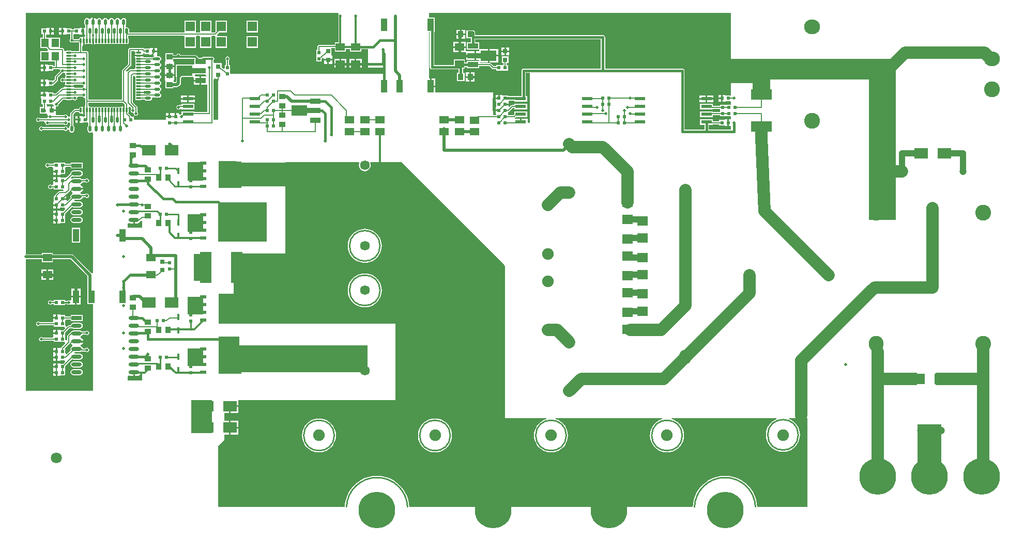
<source format=gtl>
G04*
G04 #@! TF.GenerationSoftware,Altium Limited,Altium Designer,18.1.7 (191)*
G04*
G04 Layer_Physical_Order=1*
G04 Layer_Color=255*
%FSLAX44Y44*%
%MOMM*%
G71*
G01*
G75*
%ADD10C,0.2000*%
%ADD12C,0.2500*%
%ADD14C,0.3000*%
%ADD15R,0.6000X0.6000*%
%ADD16R,0.8000X0.8000*%
%ADD17R,0.6000X0.6000*%
%ADD18R,2.2000X1.8000*%
%ADD19R,1.8500X5.2000*%
%ADD20R,3.4000X1.8000*%
%ADD21R,0.9800X0.9300*%
%ADD22R,1.5000X1.2000*%
%ADD23R,1.8000X0.6000*%
%ADD24R,1.8000X1.6000*%
%ADD25R,1.0000X2.1000*%
%ADD26R,1.2000X1.4000*%
%ADD27R,1.7000X0.6500*%
%ADD28O,1.7000X0.6500*%
%ADD29R,2.6000X1.7000*%
%ADD30R,1.7000X0.9000*%
%ADD31R,2.5000X0.9000*%
G04:AMPARAMS|DCode=32|XSize=0.3mm|YSize=0.8mm|CornerRadius=0.075mm|HoleSize=0mm|Usage=FLASHONLY|Rotation=180.000|XOffset=0mm|YOffset=0mm|HoleType=Round|Shape=RoundedRectangle|*
%AMROUNDEDRECTD32*
21,1,0.3000,0.6500,0,0,180.0*
21,1,0.1500,0.8000,0,0,180.0*
1,1,0.1500,-0.0750,0.3250*
1,1,0.1500,0.0750,0.3250*
1,1,0.1500,0.0750,-0.3250*
1,1,0.1500,-0.0750,-0.3250*
%
%ADD32ROUNDEDRECTD32*%
G04:AMPARAMS|DCode=33|XSize=0.3mm|YSize=0.8mm|CornerRadius=0.075mm|HoleSize=0mm|Usage=FLASHONLY|Rotation=90.000|XOffset=0mm|YOffset=0mm|HoleType=Round|Shape=RoundedRectangle|*
%AMROUNDEDRECTD33*
21,1,0.3000,0.6500,0,0,90.0*
21,1,0.1500,0.8000,0,0,90.0*
1,1,0.1500,0.3250,0.0750*
1,1,0.1500,0.3250,-0.0750*
1,1,0.1500,-0.3250,-0.0750*
1,1,0.1500,-0.3250,0.0750*
%
%ADD33ROUNDEDRECTD33*%
%ADD34R,0.8000X0.8000*%
%ADD35O,0.5000X1.0000*%
%ADD36O,1.0000X0.5000*%
%ADD37R,1.5000X1.3000*%
%ADD38R,0.4500X1.0000*%
%ADD39R,0.9300X0.9800*%
%ADD76C,0.2540*%
%ADD77R,1.0250X0.6000*%
%ADD78R,3.0000X4.5100*%
%ADD79C,0.4000*%
%ADD80C,0.5000*%
%ADD81C,2.0000*%
%ADD82C,1.0000*%
%ADD83R,3.5000X5.5000*%
%ADD84R,9.0000X11.5000*%
%ADD85R,5.0000X4.5000*%
%ADD86R,2.5000X4.5000*%
%ADD87R,8.0000X2.0000*%
%ADD88R,6.5000X2.0000*%
%ADD89R,5.5000X3.0000*%
%ADD90R,9.0000X1.0000*%
%ADD91R,3.0000X6.5000*%
%ADD92R,2.5000X3.0000*%
%ADD93R,4.5000X26.5000*%
%ADD94R,23.5000X3.5000*%
%ADD95R,8.0000X6.5000*%
%ADD96R,24.5000X4.5000*%
%ADD97R,9.0000X5.5000*%
%ADD98R,7.0000X22.5000*%
%ADD99R,4.0000X9.0000*%
%ADD100R,16.5000X4.0000*%
%ADD101R,17.5000X5.0000*%
%ADD102R,3.5000X3.0000*%
%ADD103R,3.5000X6.0000*%
%ADD104C,1.8000*%
%ADD105O,2.6000X2.4000*%
%ADD106C,2.6000*%
%ADD107C,1.5240*%
%ADD108O,2.4000X2.6000*%
%ADD109C,1.5900*%
%ADD110C,6.0000*%
%ADD111C,1.9000*%
%ADD112C,1.2000*%
%ADD113R,1.6000X1.6000*%
%ADD114C,0.5080*%
G36*
X610247Y885874D02*
X611864Y883508D01*
X611560Y882177D01*
X611438Y882015D01*
X608562D01*
X608440Y882177D01*
X608136Y883508D01*
X609753Y885874D01*
X609822Y885939D01*
X610178D01*
X610247Y885874D01*
D02*
G37*
G36*
X825000Y920000D02*
X1011539D01*
X1012278Y918009D01*
X1012386Y917460D01*
X1011665Y916381D01*
X1011391Y915000D01*
X1011665Y913619D01*
X1011941Y913206D01*
Y871454D01*
X1006000D01*
Y867549D01*
X980000D01*
X979025Y867355D01*
X978198Y866802D01*
X977645Y865975D01*
X977451Y865000D01*
Y859580D01*
X975500D01*
Y850580D01*
X975500Y850580D01*
Y849420D01*
X975500D01*
X975500Y848040D01*
Y840420D01*
X984500D01*
Y844961D01*
X986186Y846161D01*
X988460Y845039D01*
Y844270D01*
X995000D01*
X1001540D01*
Y849540D01*
X1001540D01*
X1000500Y851649D01*
Y862451D01*
X1006000D01*
Y856454D01*
X1024000D01*
Y860895D01*
X1031000D01*
Y856454D01*
X1049000D01*
Y860385D01*
X1060000D01*
X1060000Y820000D01*
X834500Y820000D01*
Y823040D01*
X834500Y824420D01*
X834500D01*
Y825580D01*
X834500D01*
Y834580D01*
X832549D01*
Y842446D01*
X832552Y842448D01*
X833335Y843619D01*
X833609Y845000D01*
X833335Y846381D01*
X832552Y847552D01*
X831381Y848335D01*
X830000Y848609D01*
X828619Y848335D01*
X827448Y847552D01*
X826665Y846381D01*
X826391Y845000D01*
X826665Y843619D01*
X827448Y842448D01*
X827451Y842446D01*
Y834580D01*
X825500D01*
Y829796D01*
X823211Y828696D01*
X820500Y830864D01*
Y837500D01*
X809500D01*
X807549Y838922D01*
Y842446D01*
X807552Y842448D01*
X808335Y843619D01*
X808609Y845000D01*
X808335Y846381D01*
X807552Y847552D01*
X806381Y848335D01*
X805000Y848609D01*
X803619Y848335D01*
X803206Y848059D01*
X791000D01*
X789829Y847826D01*
X788837Y847163D01*
X788837Y847163D01*
X787674Y846000D01*
X783326D01*
X779463Y849863D01*
X778471Y850526D01*
X777300Y850759D01*
X777300Y850759D01*
X753458D01*
X753335Y851381D01*
X752552Y852552D01*
X751381Y853335D01*
X750000Y853609D01*
X748619Y853335D01*
X747448Y852552D01*
X746665Y851381D01*
X746542Y850759D01*
X741400D01*
Y853850D01*
X728600D01*
Y842030D01*
X728600Y841599D01*
X727560Y839490D01*
X727560Y839441D01*
Y833570D01*
X735000D01*
X742440D01*
Y839441D01*
X742440Y839490D01*
X741400Y841599D01*
X741400Y842030D01*
Y844641D01*
X776000D01*
Y836919D01*
X774500Y835000D01*
X773460Y835000D01*
X745500D01*
Y815000D01*
X745922D01*
X745922Y815000D01*
X745922Y815000D01*
Y806689D01*
X745699Y806467D01*
X743107D01*
X742302Y807273D01*
X741655Y808918D01*
X742440Y810510D01*
X742440Y810559D01*
Y816430D01*
X735000D01*
X727560D01*
Y810559D01*
X727560Y810510D01*
X728600Y808401D01*
X728600Y807970D01*
Y796150D01*
X741400D01*
Y798222D01*
X747300D01*
X747300Y798222D01*
X748861Y798532D01*
X750184Y799416D01*
X752884Y802116D01*
X753768Y803439D01*
X754078Y805000D01*
X754078Y805000D01*
Y813160D01*
X755919Y815000D01*
X772420D01*
X774500Y815000D01*
X774960Y812651D01*
Y810270D01*
X784730D01*
Y816040D01*
X777795D01*
X776740Y817678D01*
X776575Y818580D01*
X776911Y819000D01*
X793684Y819000D01*
X795253Y816460D01*
X795043Y816040D01*
X787270D01*
Y809000D01*
Y801960D01*
X794911D01*
X797040Y801960D01*
X797451Y799590D01*
Y757549D01*
X776000D01*
Y758150D01*
X755000D01*
Y754393D01*
X752685Y753147D01*
X750540Y754248D01*
Y755620D01*
X746270D01*
Y750080D01*
X743730D01*
Y755620D01*
X736270D01*
Y750080D01*
X735000D01*
Y748810D01*
X729460D01*
Y745000D01*
X676580Y745000D01*
Y749500D01*
X672549D01*
Y750000D01*
X672355Y750975D01*
X671802Y751802D01*
X667614Y755990D01*
X667869Y756372D01*
X668044Y757250D01*
Y763750D01*
X667869Y764628D01*
X669722Y766428D01*
X669896Y766500D01*
X671615Y764781D01*
X672448Y762552D01*
X671665Y761381D01*
X671391Y760000D01*
X671665Y758619D01*
X672448Y757448D01*
X673619Y756665D01*
X675000Y756391D01*
X676391Y755000D01*
X676665Y753619D01*
X677448Y752448D01*
X678619Y751665D01*
X680000Y751391D01*
X681381Y751665D01*
X682552Y752448D01*
X683335Y753619D01*
X683609Y755000D01*
X683335Y756381D01*
X682552Y757552D01*
X682549Y757554D01*
Y765000D01*
X682355Y765975D01*
X681802Y766802D01*
X675049Y773556D01*
Y815865D01*
X676859Y816819D01*
X678956Y815352D01*
Y814250D01*
X679131Y813372D01*
X679564Y812500D01*
X679131Y811628D01*
X678956Y810750D01*
Y809250D01*
X679131Y808372D01*
X679628Y807628D01*
Y807372D01*
X679131Y806628D01*
X678956Y805750D01*
Y804250D01*
X679131Y803372D01*
X679628Y802628D01*
Y802372D01*
X679131Y801628D01*
X678956Y800750D01*
Y799250D01*
X679131Y798372D01*
X679564Y797500D01*
X679131Y796628D01*
X678956Y795750D01*
Y794250D01*
X679131Y793372D01*
X679628Y792628D01*
Y792372D01*
X679131Y791628D01*
X678956Y790750D01*
Y789250D01*
X679131Y788372D01*
X679628Y787628D01*
Y787372D01*
X679131Y786628D01*
X678956Y785750D01*
Y784250D01*
X679131Y783372D01*
X679628Y782628D01*
Y782372D01*
X679131Y781628D01*
X678956Y780750D01*
Y779250D01*
X679131Y778372D01*
X679628Y777628D01*
X680372Y777131D01*
X681250Y776956D01*
X687750D01*
X688628Y777131D01*
X688958Y777351D01*
X694459D01*
X694616Y777116D01*
X695939Y776232D01*
X697500Y775922D01*
X702500D01*
X704061Y776232D01*
X705384Y777116D01*
X706268Y778439D01*
X706578Y780000D01*
X707332Y780963D01*
X709616Y782116D01*
X710939Y781232D01*
X712500Y780922D01*
X717500D01*
X719061Y781232D01*
X720384Y782116D01*
X721268Y783439D01*
X721578Y785000D01*
X721268Y786561D01*
X720384Y787884D01*
X719205Y788671D01*
X719061Y789798D01*
Y790203D01*
X719205Y791329D01*
X720384Y792116D01*
X721268Y793439D01*
X721578Y795000D01*
X721268Y796561D01*
X720384Y797884D01*
X719205Y798671D01*
X719061Y799798D01*
Y800203D01*
X719205Y801329D01*
X720384Y802116D01*
X721268Y803439D01*
X721578Y805000D01*
X721268Y806561D01*
X720384Y807884D01*
X719205Y808671D01*
X719061Y809798D01*
Y810203D01*
X719205Y811329D01*
X720384Y812116D01*
X721268Y813439D01*
X721578Y815000D01*
X721268Y816561D01*
X720384Y817884D01*
X719206Y818671D01*
X719061Y819798D01*
Y820202D01*
X719206Y821329D01*
X720384Y822116D01*
X721268Y823439D01*
X721578Y825000D01*
X721268Y826561D01*
X720384Y827884D01*
X719205Y828671D01*
X719061Y829798D01*
Y830203D01*
X719205Y831329D01*
X720384Y832116D01*
X721268Y833439D01*
X721578Y835000D01*
X721268Y836561D01*
X720384Y837884D01*
X719205Y838671D01*
X719061Y839798D01*
Y840203D01*
X719205Y841329D01*
X720384Y842116D01*
X721268Y843439D01*
X721578Y845000D01*
X721268Y846561D01*
X720384Y847884D01*
X719061Y848768D01*
X717500Y849078D01*
X715002D01*
X714620Y851460D01*
X714620Y851618D01*
Y855730D01*
X709080D01*
Y857000D01*
X707810D01*
Y862540D01*
X705529D01*
X703540Y862540D01*
X701431Y861500D01*
X694420D01*
X694420Y861500D01*
X692187Y862240D01*
X691896Y862435D01*
X690920Y862629D01*
X685080D01*
X684678Y862549D01*
X670000D01*
X669025Y862355D01*
X668198Y861802D01*
X667645Y860975D01*
X667451Y860000D01*
Y836056D01*
X658198Y826802D01*
X657645Y825975D01*
X657451Y825000D01*
Y777549D01*
X602549D01*
Y805000D01*
X602549Y805000D01*
Y855000D01*
X602355Y855975D01*
X601802Y856802D01*
X600975Y857355D01*
X600000Y857549D01*
X592549D01*
Y865644D01*
X593730Y867207D01*
Y874500D01*
X596270D01*
Y867999D01*
X597034Y868151D01*
X598122Y868878D01*
X598278Y869112D01*
X598372Y869131D01*
X599250Y868956D01*
X600750D01*
X601628Y869131D01*
X602500Y869564D01*
X603372Y869131D01*
X604250Y868956D01*
X605750D01*
X606628Y869131D01*
X606722Y869112D01*
X606878Y868878D01*
X607966Y868151D01*
X608730Y867999D01*
Y874500D01*
X611270D01*
Y867999D01*
X612034Y868151D01*
X613122Y868878D01*
X613278Y869112D01*
X613372Y869131D01*
X614250Y868956D01*
X615750D01*
X616628Y869131D01*
X617500Y869564D01*
X618372Y869131D01*
X619250Y868956D01*
X620750D01*
X621628Y869131D01*
X622372Y869628D01*
X622628D01*
X623372Y869131D01*
X624250Y868956D01*
X625750D01*
X626628Y869131D01*
X627372Y869628D01*
X627628D01*
X628372Y869131D01*
X629250Y868956D01*
X630750D01*
X631628Y869131D01*
X632372Y869628D01*
X632628D01*
X633372Y869131D01*
X634250Y868956D01*
X635750D01*
X636628Y869131D01*
X637372Y869628D01*
X637628D01*
X638372Y869131D01*
X639250Y868956D01*
X640750D01*
X641628Y869131D01*
X642372Y869628D01*
X642628D01*
X643372Y869131D01*
X644250Y868956D01*
X645750D01*
X646628Y869131D01*
X647372Y869628D01*
X647628D01*
X648372Y869131D01*
X649250Y868956D01*
X650750D01*
X651628Y869131D01*
X652372Y869628D01*
X652628D01*
X653372Y869131D01*
X654250Y868956D01*
X655750D01*
X656628Y869131D01*
X657372Y869628D01*
X657628D01*
X658372Y869131D01*
X659250Y868956D01*
X660750D01*
X661628Y869131D01*
X662372Y869628D01*
X662628D01*
X663372Y869131D01*
X664250Y868956D01*
X665750D01*
X666628Y869131D01*
X667372Y869628D01*
X667869Y870372D01*
X668044Y871250D01*
Y877750D01*
X667869Y878628D01*
X667549Y879108D01*
Y882451D01*
X757430D01*
X759700Y881800D01*
X759700Y879911D01*
Y862800D01*
X778700D01*
Y879911D01*
X778700Y881800D01*
X780970Y882451D01*
X782830D01*
X785100Y881800D01*
X785100Y879911D01*
Y862800D01*
X804100D01*
Y879911D01*
X804100Y881800D01*
X806370Y882451D01*
X808230D01*
X810108Y881912D01*
X810500Y879961D01*
Y862800D01*
X829500D01*
Y881800D01*
X813997D01*
X812945Y884340D01*
X816802Y888198D01*
X816804Y888200D01*
X829500D01*
Y907200D01*
X810500D01*
Y889105D01*
X808944Y887549D01*
X806370D01*
X804100Y888200D01*
X804100Y890089D01*
Y907200D01*
X785100D01*
Y890089D01*
X785100Y888200D01*
X782830Y887549D01*
X780970D01*
X778700Y888200D01*
X778700Y890089D01*
Y907200D01*
X759700D01*
Y890089D01*
X759700Y888200D01*
X757430Y887549D01*
X669078D01*
Y892500D01*
X668768Y894061D01*
X667884Y895384D01*
X666561Y896268D01*
X665000Y896578D01*
X664037Y897332D01*
X662884Y899616D01*
X663768Y900939D01*
X664078Y902500D01*
Y907500D01*
X663768Y909061D01*
X662884Y910384D01*
X661561Y911268D01*
X660000Y911578D01*
X658439Y911268D01*
X657116Y910384D01*
X656329Y909205D01*
X655203Y909061D01*
X654797D01*
X653671Y909205D01*
X652884Y910384D01*
X651561Y911268D01*
X650000Y911578D01*
X648439Y911268D01*
X647116Y910384D01*
X646329Y909205D01*
X645202Y909061D01*
X644797D01*
X643671Y909205D01*
X642884Y910384D01*
X641561Y911268D01*
X640000Y911578D01*
X638439Y911268D01*
X637116Y910384D01*
X636329Y909206D01*
X635202Y909061D01*
X634798D01*
X633671Y909206D01*
X632884Y910384D01*
X631561Y911268D01*
X630000Y911578D01*
X628439Y911268D01*
X627116Y910384D01*
X626329Y909205D01*
X625203Y909061D01*
X624798D01*
X623671Y909205D01*
X622884Y910384D01*
X621561Y911268D01*
X620000Y911578D01*
X618439Y911268D01*
X617116Y910384D01*
X617037Y910265D01*
X616879Y910210D01*
X614110Y910421D01*
X613634Y911134D01*
X611967Y912248D01*
X611270Y912386D01*
Y905000D01*
X608730D01*
Y912386D01*
X608033Y912248D01*
X606366Y911134D01*
X605890Y910421D01*
X603121Y910210D01*
X602963Y910265D01*
X602884Y910384D01*
X601561Y911268D01*
X600000Y911578D01*
X598439Y911268D01*
X597116Y910384D01*
X596232Y909061D01*
X595922Y907500D01*
Y902500D01*
X596232Y900939D01*
X597116Y899616D01*
X597451Y899392D01*
Y895540D01*
X594350D01*
Y890000D01*
Y884460D01*
X595102D01*
X595508Y883644D01*
X594448Y881504D01*
X593963Y881047D01*
X592966Y880849D01*
X591878Y880122D01*
X591722Y879888D01*
X591628Y879870D01*
X590750Y880044D01*
X589250D01*
X588372Y879870D01*
X587628Y879372D01*
X587131Y878628D01*
X586956Y877750D01*
Y877049D01*
X577888D01*
X577552Y877552D01*
X577549Y877554D01*
Y883321D01*
X578420Y885500D01*
X587420D01*
X587540Y884460D01*
X591810D01*
Y890000D01*
Y895540D01*
X587540D01*
X587420Y894500D01*
X578420D01*
Y892549D01*
X575000D01*
X574580Y894500D01*
X567569D01*
X565460Y895540D01*
X563471Y895540D01*
X561190D01*
Y890000D01*
Y884460D01*
X563471D01*
X565460Y884460D01*
X567569Y885500D01*
X572451D01*
Y877554D01*
X572448Y877552D01*
X571665Y876381D01*
X571391Y875000D01*
X571665Y873619D01*
X572448Y872448D01*
X573619Y871665D01*
X575000Y871391D01*
X576381Y871665D01*
X576809Y871951D01*
X586956D01*
Y871250D01*
X587131Y870372D01*
X587451Y869893D01*
Y857549D01*
X580000D01*
X580000Y857549D01*
X574688D01*
X574208Y857869D01*
X573330Y858044D01*
X566830D01*
X565952Y857869D01*
X565208Y857372D01*
X565089Y857194D01*
X562549Y857789D01*
Y860000D01*
X562355Y860975D01*
X561802Y861802D01*
X561802D01*
X560975Y862355D01*
X560000Y862549D01*
X555500D01*
Y879500D01*
X540500D01*
X540500Y879500D01*
X538500D01*
Y879500D01*
X537960Y879500D01*
X532469D01*
Y883328D01*
X534540Y884460D01*
X536529Y884460D01*
X538810D01*
Y890000D01*
Y895540D01*
X536529D01*
X534540Y895540D01*
X532431Y894500D01*
X525420D01*
Y885500D01*
X527371D01*
Y879500D01*
X523500D01*
Y862500D01*
X533895D01*
X536355Y860040D01*
X535303Y857500D01*
X523500D01*
Y840500D01*
X537960D01*
X538500Y840500D01*
X540500D01*
X541040Y840500D01*
X547451D01*
Y832549D01*
X544580D01*
Y834500D01*
X537569D01*
X535460Y835540D01*
X533471Y835540D01*
X531190D01*
Y830000D01*
Y824460D01*
X533471D01*
X535460Y824460D01*
X537569Y825500D01*
X544580D01*
Y827451D01*
X554558D01*
X556296Y825126D01*
X556306Y824911D01*
X548198Y816802D01*
X547645Y815975D01*
X547451Y815000D01*
Y811056D01*
X546803Y810407D01*
X544580Y809500D01*
Y809500D01*
X544580Y809500D01*
X537569D01*
X535460Y810540D01*
X533471Y810540D01*
X531190D01*
Y805000D01*
Y799460D01*
X533471D01*
X535460Y799460D01*
X537569Y800500D01*
X544580D01*
Y802451D01*
X545000D01*
X545975Y802645D01*
X546802Y803198D01*
X551802Y808198D01*
X552355Y809025D01*
X552549Y810000D01*
Y813944D01*
X559996Y821391D01*
X560000Y821391D01*
X561381Y821665D01*
X562342Y822308D01*
X563052Y822024D01*
X564536Y820750D01*
Y819250D01*
X564711Y818372D01*
X565208Y817628D01*
Y817372D01*
X564711Y816628D01*
X564536Y815750D01*
Y814250D01*
X563051Y812976D01*
X562343Y812692D01*
X561381Y813335D01*
X560000Y813609D01*
X558619Y813335D01*
X557448Y812552D01*
X556665Y811381D01*
X556391Y810000D01*
X556665Y808619D01*
X557448Y807448D01*
X558619Y806665D01*
X560000Y806391D01*
X561381Y806665D01*
X562342Y807308D01*
X563052Y807024D01*
X564536Y805750D01*
Y804250D01*
X564711Y803372D01*
X564692Y803278D01*
X564458Y803122D01*
X563731Y802034D01*
X563579Y801270D01*
X570080D01*
Y798730D01*
X562787D01*
X561224Y797549D01*
X560000D01*
X559025Y797355D01*
X558198Y796802D01*
X548944Y787549D01*
X544580D01*
Y789500D01*
X537569D01*
X535460Y790540D01*
X533471Y790540D01*
X531190D01*
Y785000D01*
X529920D01*
Y783730D01*
X524380D01*
Y779460D01*
X525420D01*
Y770500D01*
X527371D01*
Y765500D01*
X522500D01*
Y754500D01*
X532920D01*
X533351Y754500D01*
X535460Y753460D01*
X536574Y750920D01*
X536391Y750000D01*
X534558Y747549D01*
X522554D01*
X522552Y747552D01*
X521381Y748335D01*
X520000Y748609D01*
X518619Y748335D01*
X517448Y747552D01*
X516665Y746381D01*
X516391Y745000D01*
X516665Y743619D01*
X517448Y742448D01*
X518619Y741665D01*
X520000Y741391D01*
X521381Y741665D01*
X522552Y742448D01*
X522554Y742451D01*
X529558D01*
X531391Y740000D01*
X531665Y738619D01*
X532448Y737448D01*
X533619Y736665D01*
X535000Y736391D01*
X536381Y736665D01*
X537552Y737448D01*
X537554Y737451D01*
X562446D01*
X562448Y737448D01*
X563619Y736665D01*
X565000Y736391D01*
X566381Y736665D01*
X567552Y737448D01*
X568335Y738619D01*
X568481Y739355D01*
X570262Y740406D01*
X572451Y738976D01*
Y735608D01*
X572116Y735384D01*
X571232Y734061D01*
X571072Y733255D01*
X569717Y731276D01*
X569717Y731276D01*
Y731276D01*
X568382Y731145D01*
X568335Y731381D01*
X567552Y732552D01*
X566381Y733335D01*
X565000Y733609D01*
X563619Y733335D01*
X562448Y732552D01*
X562446Y732549D01*
X527554D01*
X527552Y732552D01*
X526381Y733335D01*
X525000Y733609D01*
X523619Y733335D01*
X522448Y732552D01*
X521665Y731381D01*
X521391Y730000D01*
X521665Y728619D01*
X522448Y727448D01*
X523619Y726665D01*
X525000Y726391D01*
X526381Y726665D01*
X527552Y727448D01*
X527554Y727451D01*
X562446D01*
X562448Y727448D01*
X563619Y726665D01*
X565000Y726391D01*
X566381Y726665D01*
X567552Y727448D01*
X568335Y728619D01*
X568382Y728855D01*
X569717Y728724D01*
Y728724D01*
X569717Y728724D01*
X571072Y726745D01*
X571232Y725939D01*
X572116Y724616D01*
X573439Y723732D01*
X575000Y723422D01*
X576561Y723732D01*
X577884Y724616D01*
X578768Y725939D01*
X579078Y727500D01*
Y732500D01*
X578768Y734061D01*
X577884Y735384D01*
X577549Y735608D01*
Y753944D01*
X581056Y757451D01*
X586956D01*
Y757250D01*
X587131Y756372D01*
X587628Y755628D01*
X588372Y755131D01*
X589250Y754956D01*
X590750D01*
X591628Y755131D01*
X591722Y755112D01*
X591878Y754878D01*
X592966Y754151D01*
X593730Y753999D01*
Y760500D01*
Y767001D01*
X592966Y766849D01*
X591878Y766122D01*
X591722Y765888D01*
X591628Y765870D01*
X590750Y766044D01*
X589250D01*
X588372Y765870D01*
X587628Y765372D01*
X587131Y764628D01*
X586956Y763750D01*
Y762549D01*
X580000D01*
X579025Y762355D01*
X578198Y761802D01*
X573198Y756802D01*
X572645Y755975D01*
X572451Y755000D01*
Y751024D01*
X570262Y749594D01*
X568481Y750645D01*
X568335Y751381D01*
X567552Y752552D01*
X566381Y753335D01*
X565000Y753609D01*
X563619Y753335D01*
X562448Y752552D01*
X562446Y752549D01*
X550703D01*
X548540Y753460D01*
Y758730D01*
X542000D01*
Y760000D01*
X540730D01*
Y766540D01*
X535609D01*
X535460Y766540D01*
X535009Y766318D01*
X534142Y766857D01*
X533816Y770051D01*
X534265Y770500D01*
X536960Y770500D01*
X543509D01*
X545418Y768589D01*
X545368Y767000D01*
X545000Y766540D01*
X543270D01*
Y761270D01*
X548540D01*
Y764091D01*
X550000Y766391D01*
X551381Y766665D01*
X552552Y767448D01*
X553335Y768619D01*
X553609Y770000D01*
X553609Y770004D01*
X561056Y777451D01*
X565473D01*
X565952Y777131D01*
X566830Y776956D01*
X573330D01*
X574208Y777131D01*
X574688Y777451D01*
X577446D01*
X577448Y777448D01*
X578619Y776665D01*
X580000Y776391D01*
X581381Y776665D01*
X582552Y777448D01*
X583335Y778619D01*
X583609Y780000D01*
X585442Y782451D01*
X592446D01*
X592448Y782448D01*
X593619Y781665D01*
X595000Y781391D01*
X597451Y779558D01*
Y775000D01*
X597451Y775000D01*
X597451Y775000D01*
Y769356D01*
X596270Y767793D01*
Y760500D01*
Y753040D01*
X597121Y751923D01*
X596755Y750566D01*
X594070Y749746D01*
X592460Y750540D01*
X590471Y750540D01*
X588190D01*
Y745000D01*
Y739460D01*
X590471D01*
X592460Y739460D01*
X594569Y740500D01*
X601580D01*
X602451Y738321D01*
Y735608D01*
X602116Y735384D01*
X601232Y734061D01*
X600922Y732500D01*
Y727500D01*
X601232Y725939D01*
X602116Y724616D01*
X603439Y723732D01*
X605000Y723422D01*
X606561Y723732D01*
X607460Y724333D01*
X609031Y723854D01*
X610000Y723211D01*
X610000Y494289D01*
X609108Y493697D01*
X607460Y493308D01*
X577884Y522884D01*
X576561Y523768D01*
X575000Y524078D01*
X575000Y524078D01*
X544000D01*
Y526454D01*
X526000D01*
Y524078D01*
X500000D01*
X500000Y524078D01*
Y920000D01*
X620000D01*
X825000Y920000D01*
D02*
G37*
G36*
X678956Y855750D02*
Y854250D01*
X679131Y853372D01*
X679112Y853278D01*
X678878Y853122D01*
X678151Y852034D01*
X677999Y851270D01*
X684500D01*
X691001D01*
X690849Y852034D01*
X690914Y852639D01*
X694145Y853552D01*
X694420Y853392D01*
Y852500D01*
X701431D01*
X703540Y851460D01*
X705529Y851460D01*
X708959D01*
X710232Y848920D01*
X710000Y848609D01*
X708619Y848335D01*
X707448Y847552D01*
X707446Y847549D01*
X693356D01*
X691793Y848730D01*
X684500D01*
X677999D01*
X678151Y847966D01*
X678878Y846878D01*
X679112Y846722D01*
X679131Y846628D01*
X678956Y845750D01*
Y844250D01*
X679131Y843372D01*
X679628Y842628D01*
Y842372D01*
X679131Y841628D01*
X678956Y840750D01*
Y839250D01*
X679131Y838372D01*
X679564Y837500D01*
X679131Y836628D01*
X678956Y835750D01*
Y834250D01*
X679131Y833372D01*
X679628Y832628D01*
Y832372D01*
X679131Y831628D01*
X678956Y830750D01*
Y829250D01*
X676858Y827549D01*
X671000D01*
X670025Y827355D01*
X669198Y826802D01*
X666492Y824097D01*
X663955Y824453D01*
X663578Y824702D01*
X663506Y824902D01*
X671802Y833198D01*
X672355Y834025D01*
X672549Y835000D01*
Y857451D01*
X676858D01*
X678956Y855750D01*
D02*
G37*
G36*
X592448Y802448D02*
X593619Y801665D01*
X593778Y801634D01*
X594500Y800000D01*
X593778Y798366D01*
X593619Y798335D01*
X592448Y797552D01*
X592446Y797549D01*
X579715D01*
X577595Y799534D01*
Y801438D01*
X578936Y802451D01*
X592446D01*
X592448Y802448D01*
D02*
G37*
G36*
X1655000Y845000D02*
X1655000Y785596D01*
X1654580Y784500D01*
X1646015Y784500D01*
X1645460Y785540D01*
X1645025Y785540D01*
Y785540D01*
X1641190D01*
Y780000D01*
Y774460D01*
X1645025D01*
X1645025Y774460D01*
X1645460Y774460D01*
X1646015Y775500D01*
X1646730Y775500D01*
X1653730D01*
X1655000Y774404D01*
Y769500D01*
X1646420D01*
Y769500D01*
X1645500Y769580D01*
Y769580D01*
X1645183Y769580D01*
X1636500D01*
Y767549D01*
X1625000D01*
Y770850D01*
X1604000D01*
Y761850D01*
X1625000D01*
Y762451D01*
X1636500D01*
Y760580D01*
X1636500D01*
Y759420D01*
X1636500D01*
Y757549D01*
X1625000D01*
Y758150D01*
X1604000D01*
Y749150D01*
X1625000D01*
Y752451D01*
X1636500D01*
Y750420D01*
X1645183D01*
X1645500Y750420D01*
Y750420D01*
X1646420Y750500D01*
Y750500D01*
X1655000D01*
Y745540D01*
X1651350D01*
Y740000D01*
Y734460D01*
X1655000D01*
Y728569D01*
X1618569D01*
Y736450D01*
X1625000D01*
Y737451D01*
X1635420D01*
Y735500D01*
X1644420D01*
X1644540Y734460D01*
X1648810D01*
Y740000D01*
Y745540D01*
X1644540D01*
X1644420Y744500D01*
X1635420D01*
Y742549D01*
X1630000D01*
X1630000Y742549D01*
X1625000D01*
Y745450D01*
X1604000D01*
Y736450D01*
X1611431D01*
Y728569D01*
X1578569D01*
Y825000D01*
X1578297Y826366D01*
X1577523Y827523D01*
X1576366Y828297D01*
X1575000Y828569D01*
X1448569Y828569D01*
Y880000D01*
X1448297Y881366D01*
X1447523Y882523D01*
X1446366Y883297D01*
X1445000Y883569D01*
X1235569D01*
Y888000D01*
X1235297Y889366D01*
X1234523Y890523D01*
X1233850Y890973D01*
Y891400D01*
X1232848D01*
X1232000Y891569D01*
X1231153Y891400D01*
X1221550D01*
Y878600D01*
X1228431D01*
Y872000D01*
X1222000D01*
Y860000D01*
X1241190D01*
X1242000Y860000D01*
X1242460Y858921D01*
Y857040D01*
X1237270D01*
Y850000D01*
Y842960D01*
X1241682D01*
X1242018Y842262D01*
X1241305Y841000D01*
X1222000D01*
Y838569D01*
X1219000D01*
Y843546D01*
X1201000D01*
Y834615D01*
X1168569D01*
Y888500D01*
X1169600D01*
Y912500D01*
X1160000D01*
Y920000D01*
X1365000Y920000D01*
X1655000D01*
Y845000D01*
D02*
G37*
G36*
X1161431Y831046D02*
X1161703Y829680D01*
X1162477Y828523D01*
X1163634Y827749D01*
X1165000Y827477D01*
X1208732D01*
Y821400D01*
X1206150D01*
Y808600D01*
X1218450D01*
Y821400D01*
X1215869D01*
Y828546D01*
X1219000D01*
Y831431D01*
X1222000D01*
Y829000D01*
X1242000D01*
Y832451D01*
X1258944D01*
X1263198Y828198D01*
X1264025Y827645D01*
X1265000Y827451D01*
X1270420D01*
Y825500D01*
X1279310D01*
X1279420Y825500D01*
X1280580D01*
X1280690Y825500D01*
X1289580D01*
Y834500D01*
X1287605D01*
X1287594Y836600D01*
X1288489Y837500D01*
X1290500D01*
Y848500D01*
X1279500D01*
Y837500D01*
X1282491D01*
X1282502Y835400D01*
X1281607Y834500D01*
X1280690D01*
X1280580Y834500D01*
X1279420D01*
X1279310Y834500D01*
X1270420D01*
Y832549D01*
X1266056D01*
X1261802Y836802D01*
X1260975Y837355D01*
X1260000Y837549D01*
X1243239D01*
X1243146Y837690D01*
X1243163Y837866D01*
X1243829Y838960D01*
X1256730D01*
Y850000D01*
Y861040D01*
X1243270D01*
X1242460Y861040D01*
X1242000Y862120D01*
Y872000D01*
X1235569D01*
Y876431D01*
X1441431D01*
Y828569D01*
X1315000D01*
X1313634Y828297D01*
X1312477Y827523D01*
X1311703Y826366D01*
X1311431Y825000D01*
Y783550D01*
X1310094D01*
X1310000Y783569D01*
X1289580D01*
Y784500D01*
X1280580D01*
X1280460Y785540D01*
X1276190D01*
Y780000D01*
X1274920D01*
Y778730D01*
X1269380D01*
Y774460D01*
X1270420D01*
Y765540D01*
X1269380D01*
Y761270D01*
X1274920D01*
Y758730D01*
X1269380D01*
Y754460D01*
X1270420D01*
Y752549D01*
X1265000D01*
Y790000D01*
X1170640D01*
Y798230D01*
X1163100D01*
Y799500D01*
X1161830D01*
Y812540D01*
X1160000D01*
Y888500D01*
X1161431D01*
Y831046D01*
D02*
G37*
G36*
X1325000Y740000D02*
X1322040D01*
Y746490D01*
X1311770D01*
Y740950D01*
X1309230D01*
Y746490D01*
X1301359D01*
X1301167Y747069D01*
X1301147Y747760D01*
X1301802Y748198D01*
X1302755Y749150D01*
X1321000D01*
Y758150D01*
X1300000D01*
Y753605D01*
X1298944Y752549D01*
X1289580D01*
Y754500D01*
X1289580Y754500D01*
Y755500D01*
X1289580D01*
X1289580Y755770D01*
Y757451D01*
X1290000D01*
X1290975Y757645D01*
X1291802Y758198D01*
X1297406Y763801D01*
X1300000D01*
Y761850D01*
X1321000D01*
Y770850D01*
X1300000D01*
Y768899D01*
X1296350D01*
X1295375Y768705D01*
X1294548Y768152D01*
X1291890Y765495D01*
X1290620Y766021D01*
Y768730D01*
X1285080D01*
Y771270D01*
X1290620D01*
Y775540D01*
X1291521Y776431D01*
X1300000D01*
Y774550D01*
X1321000D01*
Y783550D01*
X1318569D01*
Y821431D01*
X1325000D01*
X1325000Y740000D01*
D02*
G37*
G36*
X661937Y769458D02*
X661270Y768111D01*
Y760500D01*
X658730D01*
Y767001D01*
X657966Y766849D01*
X656878Y766122D01*
X656722Y765888D01*
X656628Y765870D01*
X655750Y766044D01*
X654250D01*
X653372Y765870D01*
X652500Y765436D01*
X651628Y765870D01*
X650750Y766044D01*
X649250D01*
X648372Y765870D01*
X647500Y765436D01*
X646628Y765870D01*
X645750Y766044D01*
X644250D01*
X643372Y765870D01*
X642500Y765436D01*
X641628Y765870D01*
X640750Y766044D01*
X639250D01*
X638372Y765870D01*
X637500Y765436D01*
X636628Y765870D01*
X635750Y766044D01*
X634250D01*
X633372Y765870D01*
X632628Y765372D01*
X632372D01*
X631628Y765870D01*
X630750Y766044D01*
X629250D01*
X628372Y765870D01*
X627628Y765372D01*
X627372D01*
X626628Y765870D01*
X625750Y766044D01*
X624250D01*
X623372Y765870D01*
X622628Y765372D01*
X622372D01*
X621628Y765870D01*
X620750Y766044D01*
X619250D01*
X618372Y765870D01*
X617628Y765372D01*
X617372D01*
X616628Y765870D01*
X615750Y766044D01*
X614250D01*
X613372Y765870D01*
X612500Y765436D01*
X611628Y765870D01*
X610750Y766044D01*
X609250D01*
X608372Y765870D01*
X607500Y765436D01*
X606628Y765870D01*
X605750Y766044D01*
X604250D01*
X602549Y768142D01*
Y772451D01*
X658944D01*
X661937Y769458D01*
D02*
G37*
G36*
X815000Y745000D02*
X807549D01*
Y809297D01*
X808460Y811460D01*
X815000D01*
X815000Y745000D01*
D02*
G37*
G36*
X790000Y645000D02*
X765000D01*
X765000Y675000D01*
X790000Y675000D01*
Y645000D01*
D02*
G37*
G36*
X678170Y574747D02*
X682150D01*
X684409Y575196D01*
X686324Y576476D01*
X687604Y578391D01*
X687735Y579049D01*
X690275Y578799D01*
Y567500D01*
X666275D01*
Y574223D01*
X668815Y575581D01*
X669391Y575196D01*
X671650Y574747D01*
X675630D01*
Y580650D01*
X678170D01*
Y574747D01*
D02*
G37*
G36*
X600922Y488311D02*
Y475000D01*
Y466500D01*
X600800D01*
Y442500D01*
X610000D01*
X610000Y300000D01*
X500000Y300000D01*
Y515922D01*
X500000Y515922D01*
X526000D01*
Y511454D01*
X544000D01*
Y515922D01*
X573311D01*
X600922Y488311D01*
D02*
G37*
G36*
X678170Y324747D02*
X682150D01*
X684409Y325196D01*
X686324Y326476D01*
X687604Y328391D01*
X687735Y329049D01*
X690275Y328799D01*
Y317500D01*
X666275D01*
Y324223D01*
X668815Y325581D01*
X669391Y325196D01*
X671650Y324747D01*
X675630D01*
Y330650D01*
X678170D01*
Y324747D01*
D02*
G37*
G36*
X1045468Y675000D02*
X1046316Y673730D01*
X1045793Y672467D01*
X1045469Y670000D01*
X1045793Y667533D01*
X1046746Y665234D01*
X1048260Y663260D01*
X1050234Y661746D01*
X1052533Y660793D01*
X1055000Y660469D01*
X1057467Y660793D01*
X1059766Y661746D01*
X1061740Y663260D01*
X1063254Y665234D01*
X1064207Y667533D01*
X1064531Y670000D01*
X1064207Y672467D01*
X1063684Y673730D01*
X1064532Y675000D01*
X1115000Y675000D01*
X1285000Y505000D01*
X1285000Y255000D01*
X1352231D01*
X1352381Y253730D01*
X1351392Y253493D01*
X1347354Y251820D01*
X1343627Y249536D01*
X1340303Y246697D01*
X1337464Y243373D01*
X1335180Y239646D01*
X1333508Y235608D01*
X1332487Y231358D01*
X1332144Y227000D01*
X1332487Y222642D01*
X1333508Y218392D01*
X1335180Y214354D01*
X1337464Y210627D01*
X1340303Y207303D01*
X1343627Y204464D01*
X1347354Y202180D01*
X1351392Y200508D01*
X1355642Y199487D01*
X1360000Y199144D01*
X1364358Y199487D01*
X1368608Y200508D01*
X1372646Y202180D01*
X1376373Y204464D01*
X1379697Y207303D01*
X1382536Y210627D01*
X1384820Y214354D01*
X1386492Y218392D01*
X1387513Y222642D01*
X1387856Y227000D01*
X1387513Y231358D01*
X1386492Y235608D01*
X1384820Y239646D01*
X1382536Y243373D01*
X1379697Y246697D01*
X1376373Y249536D01*
X1372646Y251820D01*
X1368608Y253493D01*
X1367619Y253730D01*
X1367769Y255000D01*
X1542231Y255000D01*
X1542381Y253730D01*
X1541392Y253493D01*
X1537354Y251820D01*
X1533627Y249536D01*
X1530303Y246697D01*
X1527464Y243373D01*
X1525180Y239646D01*
X1523508Y235608D01*
X1522487Y231358D01*
X1522144Y227000D01*
X1522487Y222642D01*
X1523508Y218392D01*
X1525180Y214354D01*
X1527464Y210627D01*
X1530303Y207303D01*
X1533627Y204464D01*
X1537354Y202180D01*
X1541392Y200508D01*
X1545642Y199487D01*
X1550000Y199144D01*
X1554358Y199487D01*
X1558608Y200508D01*
X1562646Y202180D01*
X1566373Y204464D01*
X1569697Y207303D01*
X1572536Y210627D01*
X1574820Y214354D01*
X1576492Y218392D01*
X1577513Y222642D01*
X1577856Y227000D01*
X1577513Y231358D01*
X1576492Y235608D01*
X1574820Y239646D01*
X1572536Y243373D01*
X1569697Y246697D01*
X1566373Y249536D01*
X1562646Y251820D01*
X1558608Y253493D01*
X1557619Y253730D01*
X1557769Y255000D01*
X1729299D01*
X1729551Y253730D01*
X1727354Y252820D01*
X1723627Y250536D01*
X1720303Y247697D01*
X1717464Y244373D01*
X1715180Y240646D01*
X1713508Y236608D01*
X1712487Y232358D01*
X1712144Y228000D01*
X1712487Y223642D01*
X1713508Y219392D01*
X1715180Y215354D01*
X1717464Y211627D01*
X1720303Y208303D01*
X1723627Y205464D01*
X1727354Y203180D01*
X1731392Y201507D01*
X1735642Y200487D01*
X1740000Y200144D01*
X1744358Y200487D01*
X1748608Y201507D01*
X1752646Y203180D01*
X1756373Y205464D01*
X1759697Y208303D01*
X1762536Y211627D01*
X1764820Y215354D01*
X1766492Y219392D01*
X1767513Y223642D01*
X1767856Y228000D01*
X1767513Y232358D01*
X1766492Y236608D01*
X1764820Y240646D01*
X1762536Y244373D01*
X1759697Y247697D01*
X1756373Y250536D01*
X1752646Y252820D01*
X1750449Y253730D01*
X1750701Y255000D01*
X1780000D01*
X1780000Y110000D01*
X1697784Y110000D01*
X1697762Y110111D01*
X1697745Y110110D01*
X1697431Y114903D01*
X1696081Y121687D01*
X1693858Y128237D01*
X1690798Y134442D01*
X1686955Y140193D01*
X1682394Y145394D01*
X1677193Y149955D01*
X1671442Y153798D01*
X1665237Y156858D01*
X1658687Y159081D01*
X1651903Y160431D01*
X1645000Y160883D01*
X1638097Y160431D01*
X1631313Y159081D01*
X1624763Y156858D01*
X1618558Y153798D01*
X1612807Y149955D01*
X1607606Y145394D01*
X1603045Y140193D01*
X1599202Y134442D01*
X1596142Y128237D01*
X1593919Y121687D01*
X1592569Y114903D01*
X1592255Y110110D01*
X1592238Y110111D01*
X1592216Y110000D01*
X1127784Y110000D01*
X1127762Y110111D01*
X1127745Y110110D01*
X1127431Y114903D01*
X1126081Y121687D01*
X1123858Y128237D01*
X1120798Y134442D01*
X1116955Y140193D01*
X1112394Y145394D01*
X1107193Y149955D01*
X1101442Y153798D01*
X1095238Y156858D01*
X1088687Y159081D01*
X1081903Y160431D01*
X1075000Y160883D01*
X1068097Y160431D01*
X1061313Y159081D01*
X1054762Y156858D01*
X1048558Y153798D01*
X1042807Y149955D01*
X1037606Y145394D01*
X1033045Y140193D01*
X1029202Y134442D01*
X1026142Y128237D01*
X1023919Y121687D01*
X1022569Y114903D01*
X1022255Y110110D01*
X1022238Y110111D01*
X1022216Y110000D01*
X815000Y110000D01*
X815000Y210000D01*
X825000Y220000D01*
Y228460D01*
X832730D01*
Y240000D01*
Y251540D01*
X825000D01*
Y263460D01*
X832730D01*
Y275000D01*
X834000D01*
Y276270D01*
X847540D01*
Y285000D01*
X1105000Y285000D01*
X1105000Y410000D01*
X925000D01*
Y675000D01*
X1045468Y675000D01*
D02*
G37*
%LPC*%
G36*
X541350Y895540D02*
Y891270D01*
X545620D01*
Y895540D01*
X541350D01*
D02*
G37*
G36*
X558650D02*
X554380D01*
Y891270D01*
X558650D01*
Y895540D01*
D02*
G37*
G36*
X880300Y907200D02*
X861300D01*
Y888200D01*
X880300D01*
Y907200D01*
D02*
G37*
G36*
X545620Y888730D02*
X541350D01*
Y884460D01*
X545620D01*
Y888730D01*
D02*
G37*
G36*
X558650D02*
X554380D01*
Y884460D01*
X558650D01*
Y888730D01*
D02*
G37*
G36*
X880300Y881800D02*
X861300D01*
Y862800D01*
X880300D01*
Y881800D01*
D02*
G37*
G36*
X710350Y862540D02*
Y858270D01*
X714620D01*
Y862540D01*
X710350D01*
D02*
G37*
G36*
X1050040Y844586D02*
X1041270D01*
Y837316D01*
X1050040D01*
Y844586D01*
D02*
G37*
G36*
X1025040D02*
X1016270D01*
Y837316D01*
X1025040D01*
Y844586D01*
D02*
G37*
G36*
X1038730D02*
X1029960D01*
Y837316D01*
X1038730D01*
Y844586D01*
D02*
G37*
G36*
X1013730D02*
X1004960D01*
Y837316D01*
X1013730D01*
Y844586D01*
D02*
G37*
G36*
X1001540Y841730D02*
X996270D01*
Y836460D01*
X1001540D01*
Y841730D01*
D02*
G37*
G36*
X993730D02*
X988460D01*
Y836460D01*
X993730D01*
Y841730D01*
D02*
G37*
G36*
X528650Y835540D02*
X524380D01*
Y831270D01*
X528650D01*
Y835540D01*
D02*
G37*
G36*
X1050040Y834776D02*
X1041270D01*
Y827506D01*
X1050040D01*
Y834776D01*
D02*
G37*
G36*
X1038730D02*
X1029960D01*
Y827506D01*
X1038730D01*
Y834776D01*
D02*
G37*
G36*
X1025040D02*
X1016270D01*
Y827506D01*
X1025040D01*
Y834776D01*
D02*
G37*
G36*
X1013730D02*
X1004960D01*
Y827506D01*
X1013730D01*
Y834776D01*
D02*
G37*
G36*
X528650Y828730D02*
X524380D01*
Y824460D01*
X528650D01*
Y828730D01*
D02*
G37*
G36*
X742440Y831030D02*
X735000D01*
X727560D01*
Y827430D01*
X727560Y825110D01*
X727560Y822570D01*
Y818970D01*
X735000D01*
X742440D01*
Y822570D01*
X742440Y824890D01*
X742440Y827430D01*
Y831030D01*
D02*
G37*
G36*
X528650Y810540D02*
X524380D01*
Y806270D01*
X528650D01*
Y810540D01*
D02*
G37*
G36*
X784730Y807730D02*
X774960D01*
Y801960D01*
X784730D01*
Y807730D01*
D02*
G37*
G36*
X528650Y803730D02*
X524380D01*
Y799460D01*
X528650D01*
Y803730D01*
D02*
G37*
G36*
X528650Y790540D02*
X524380D01*
Y786270D01*
X528650D01*
Y790540D01*
D02*
G37*
G36*
X777040Y784590D02*
X766770D01*
Y780320D01*
X777040D01*
Y784590D01*
D02*
G37*
G36*
X764230D02*
X753960D01*
Y780320D01*
X764230D01*
Y784590D01*
D02*
G37*
G36*
X777040Y777780D02*
X766770D01*
Y773510D01*
X777040D01*
Y777780D01*
D02*
G37*
G36*
X764230D02*
X753960D01*
Y773510D01*
X764230D01*
Y777780D01*
D02*
G37*
G36*
X776000Y770850D02*
X755000D01*
Y768899D01*
X751350D01*
X750375Y768705D01*
X750178Y768574D01*
X750000Y768609D01*
X748619Y768335D01*
X747448Y767552D01*
X746665Y766381D01*
X746391Y765000D01*
X746665Y763619D01*
X747448Y762448D01*
X748619Y761665D01*
X750000Y761391D01*
X751381Y761665D01*
X752460Y762386D01*
X752665Y762346D01*
X755000Y761850D01*
Y761850D01*
X776000D01*
Y770850D01*
D02*
G37*
G36*
X733730Y755620D02*
X729460D01*
Y751350D01*
X733730D01*
Y755620D01*
D02*
G37*
G36*
X585650Y750540D02*
X581380D01*
Y746270D01*
X585650D01*
Y750540D01*
D02*
G37*
G36*
Y743730D02*
X581380D01*
Y739460D01*
X585650D01*
Y743730D01*
D02*
G37*
G36*
X555580Y674500D02*
X553040Y674500D01*
X545420D01*
Y672549D01*
X537554D01*
X537552Y672552D01*
X536381Y673335D01*
X535000Y673609D01*
X533619Y673335D01*
X532448Y672552D01*
X531665Y671381D01*
X531391Y670000D01*
X531665Y668619D01*
X532448Y667448D01*
X533619Y666665D01*
X535000Y666391D01*
X536381Y666665D01*
X537552Y667448D01*
X537554Y667451D01*
X542862D01*
X544380Y665540D01*
Y661270D01*
X549920D01*
Y660000D01*
X551190D01*
Y654460D01*
X553471D01*
X555460Y654460D01*
X557569Y655500D01*
X564580D01*
Y664500D01*
X564580D01*
Y664911D01*
X566002Y667451D01*
X573100D01*
Y664800D01*
X593100D01*
Y674300D01*
X573100D01*
Y672549D01*
X564580D01*
Y674500D01*
X555580Y674500D01*
D02*
G37*
G36*
X548650Y658730D02*
X544380D01*
Y654460D01*
X548650D01*
Y658730D01*
D02*
G37*
G36*
X588350Y661693D02*
X577850D01*
X575997Y661324D01*
X574426Y660275D01*
X573376Y658703D01*
X573007Y656850D01*
X573046Y656651D01*
X566803Y650407D01*
X564580Y649500D01*
Y649500D01*
X564580Y649500D01*
X557569D01*
X555460Y650540D01*
X553471Y650540D01*
X551190D01*
Y645000D01*
X549920D01*
Y643730D01*
X544380D01*
Y639460D01*
X544221Y639260D01*
X542552Y637552D01*
X541381Y638335D01*
X540000Y638609D01*
X538619Y638335D01*
X537448Y637552D01*
X536665Y636381D01*
X536391Y635000D01*
X536665Y633619D01*
X537448Y632448D01*
X538619Y631665D01*
X540000Y631391D01*
X541381Y631665D01*
X542552Y632448D01*
X542554Y632451D01*
X545420D01*
Y630500D01*
X553040D01*
X554420Y630500D01*
X556960Y630500D01*
X560693D01*
X562051Y627960D01*
X561776Y627549D01*
X555000D01*
X554025Y627355D01*
X553198Y626802D01*
X548118Y621722D01*
X547565Y620896D01*
X547371Y619920D01*
Y619500D01*
X545420D01*
Y610540D01*
X544380D01*
Y606270D01*
X549920D01*
Y605000D01*
X551190D01*
Y599460D01*
X555460D01*
X555580Y600500D01*
X563383D01*
X564435Y597960D01*
X560975Y594500D01*
X557569D01*
X555460Y595540D01*
X553471Y595540D01*
X551190D01*
Y590000D01*
X549920D01*
Y588730D01*
X544380D01*
Y584460D01*
Y581270D01*
X549920D01*
Y580000D01*
X551190D01*
Y574460D01*
X553471D01*
X555460Y574460D01*
X557569Y575500D01*
X564580D01*
Y584500D01*
X564580D01*
Y585500D01*
X564580D01*
Y590895D01*
X575555Y601870D01*
X575997Y601576D01*
X577850Y601207D01*
X588350D01*
X590203Y601576D01*
X591774Y602625D01*
X592824Y604197D01*
X593193Y606050D01*
X592824Y607903D01*
X591774Y609474D01*
X590203Y610524D01*
X588350Y610893D01*
X580347D01*
X579046Y613433D01*
X579387Y613907D01*
X588350D01*
X590203Y614276D01*
X591774Y615325D01*
X592824Y616897D01*
X592935Y617451D01*
X597446D01*
X597448Y617448D01*
X598619Y616665D01*
X600000Y616391D01*
X601381Y616665D01*
X602552Y617448D01*
X603335Y618619D01*
X603609Y620000D01*
X603335Y621381D01*
X602552Y622552D01*
X601381Y623335D01*
X600000Y623609D01*
X598619Y623335D01*
X597448Y622552D01*
X597446Y622549D01*
X591214D01*
X590203Y623224D01*
X589949Y623275D01*
Y625865D01*
X590609Y625996D01*
X592524Y627276D01*
X593804Y629191D01*
X594001Y630180D01*
X583100D01*
Y632720D01*
X594001D01*
X593804Y633709D01*
X592524Y635624D01*
X590609Y636904D01*
X589949Y637035D01*
Y639625D01*
X590203Y639676D01*
X591774Y640725D01*
X592824Y642297D01*
X592905Y642701D01*
X597112D01*
X597248Y642498D01*
X598075Y641945D01*
X599050Y641751D01*
X599248Y641790D01*
X600000Y641641D01*
X601381Y641915D01*
X602552Y642698D01*
X603335Y643869D01*
X603609Y645250D01*
X603335Y646631D01*
X602552Y647802D01*
X601381Y648585D01*
X600000Y648859D01*
X598619Y648585D01*
X597448Y647802D01*
X597446Y647799D01*
X591439D01*
X590203Y648624D01*
X588350Y648993D01*
X577850D01*
X575997Y648624D01*
X575468Y648271D01*
X573849Y650244D01*
X575987Y652382D01*
X575997Y652376D01*
X577850Y652007D01*
X588350D01*
X590203Y652376D01*
X591774Y653425D01*
X592824Y654997D01*
X593193Y656850D01*
X592824Y658703D01*
X591774Y660275D01*
X590203Y661324D01*
X588350Y661693D01*
D02*
G37*
G36*
X548650Y650540D02*
X544380D01*
Y646270D01*
X548650D01*
Y650540D01*
D02*
G37*
G36*
X548650Y603730D02*
X544380D01*
Y599460D01*
X548650D01*
Y603730D01*
D02*
G37*
G36*
X548650Y595540D02*
X544380D01*
Y591270D01*
X548650D01*
Y595540D01*
D02*
G37*
G36*
X588350Y598193D02*
X577850D01*
X575997Y597824D01*
X574426Y596774D01*
X573376Y595203D01*
X573007Y593350D01*
X573376Y591497D01*
X574426Y589925D01*
X575997Y588876D01*
X577850Y588507D01*
X588350D01*
X590203Y588876D01*
X591774Y589925D01*
X592824Y591497D01*
X593193Y593350D01*
X592824Y595203D01*
X591774Y596774D01*
X590203Y597824D01*
X588350Y598193D01*
D02*
G37*
G36*
Y585493D02*
X577850D01*
X575997Y585124D01*
X574426Y584075D01*
X573376Y582503D01*
X573007Y580650D01*
X573376Y578797D01*
X574426Y577225D01*
X575997Y576176D01*
X577850Y575807D01*
X588350D01*
X590203Y576176D01*
X591774Y577225D01*
X592824Y578797D01*
X593193Y580650D01*
X592824Y582503D01*
X591774Y584075D01*
X590203Y585124D01*
X588350Y585493D01*
D02*
G37*
G36*
X548650Y578730D02*
X544380D01*
Y574460D01*
X548650D01*
Y578730D01*
D02*
G37*
G36*
X588400Y567500D02*
X575400D01*
Y543500D01*
X588400D01*
Y567500D01*
D02*
G37*
%LPD*%
G36*
X574067Y627014D02*
X575591Y625996D01*
X576251Y625865D01*
Y623275D01*
X575997Y623224D01*
X574426Y622174D01*
X573376Y620603D01*
X573007Y618750D01*
X573362Y616967D01*
X568160Y611765D01*
X565620Y612817D01*
Y613730D01*
X560080D01*
Y616270D01*
X565620D01*
Y620540D01*
X565620Y620540D01*
X566241Y622823D01*
X566802Y623198D01*
X570725Y627120D01*
X573577Y627270D01*
X574067Y627014D01*
D02*
G37*
%LPC*%
G36*
X1219490Y892440D02*
X1213570D01*
Y886270D01*
X1219490D01*
Y892440D01*
D02*
G37*
G36*
X1211030D02*
X1205110D01*
Y886270D01*
X1211030D01*
Y892440D01*
D02*
G37*
G36*
X1219490Y883730D02*
X1213570D01*
Y877560D01*
X1219490D01*
Y883730D01*
D02*
G37*
G36*
X1211030D02*
X1205110D01*
Y877560D01*
X1211030D01*
Y883730D01*
D02*
G37*
G36*
X1220040Y872494D02*
X1211270D01*
Y865224D01*
X1220040D01*
Y872494D01*
D02*
G37*
G36*
X1208730D02*
X1199960D01*
Y865224D01*
X1208730D01*
Y872494D01*
D02*
G37*
G36*
Y862684D02*
X1199960D01*
Y855414D01*
X1208730D01*
Y862684D01*
D02*
G37*
G36*
X1220040D02*
X1211270D01*
Y855414D01*
X1219690D01*
X1220040Y855414D01*
X1220960Y854569D01*
Y851270D01*
X1234730D01*
Y857040D01*
X1221310D01*
X1220960Y857040D01*
X1220040Y857885D01*
Y862684D01*
D02*
G37*
G36*
X1234730Y848730D02*
X1220960D01*
Y842960D01*
X1234730D01*
Y848730D01*
D02*
G37*
G36*
X1638650Y785540D02*
X1634380D01*
Y781270D01*
X1638650D01*
Y785540D01*
D02*
G37*
G36*
X1626040Y784590D02*
X1615770D01*
Y780320D01*
X1626040D01*
Y784590D01*
D02*
G37*
G36*
X1613230D02*
X1602960D01*
Y780320D01*
X1613230D01*
Y784590D01*
D02*
G37*
G36*
X1638650Y778730D02*
X1634380D01*
Y774460D01*
X1638650D01*
Y778730D01*
D02*
G37*
G36*
X1626040Y777780D02*
X1615770D01*
Y773510D01*
X1626040D01*
Y777780D01*
D02*
G37*
G36*
X1613230D02*
X1602960D01*
Y773510D01*
X1613230D01*
Y777780D01*
D02*
G37*
G36*
X1291540Y863540D02*
X1286270D01*
Y858270D01*
X1291540D01*
Y863540D01*
D02*
G37*
G36*
X1283730D02*
X1278460D01*
Y858270D01*
X1283730D01*
Y863540D01*
D02*
G37*
G36*
X1259270Y861040D02*
Y851270D01*
X1273540D01*
Y861040D01*
X1259270D01*
D02*
G37*
G36*
X1291540Y855730D02*
X1286270D01*
Y850460D01*
X1291540D01*
Y855730D01*
D02*
G37*
G36*
X1283730D02*
X1278460D01*
Y850460D01*
X1283730D01*
Y855730D01*
D02*
G37*
G36*
X1273540Y848730D02*
X1259270D01*
Y838960D01*
X1273540D01*
Y848730D01*
D02*
G37*
G36*
X1234890Y822440D02*
X1228970D01*
Y816270D01*
X1234890D01*
Y822440D01*
D02*
G37*
G36*
X1226430D02*
X1220510D01*
Y816270D01*
X1226430D01*
Y822440D01*
D02*
G37*
G36*
X1234890Y813730D02*
X1228970D01*
Y807560D01*
X1234890D01*
Y813730D01*
D02*
G37*
G36*
X1226430D02*
X1220510D01*
Y807560D01*
X1226430D01*
Y813730D01*
D02*
G37*
G36*
X1170640Y812540D02*
X1164370D01*
Y800770D01*
X1170640D01*
Y812540D01*
D02*
G37*
G36*
X1273650Y785540D02*
X1269380D01*
Y781270D01*
X1273650D01*
Y785540D01*
D02*
G37*
G36*
X545040Y499586D02*
X536270D01*
Y492316D01*
X545040D01*
Y499586D01*
D02*
G37*
G36*
X533730D02*
X524960D01*
Y492316D01*
X533730D01*
Y499586D01*
D02*
G37*
G36*
X545040Y489776D02*
X536270D01*
Y482506D01*
X545040D01*
Y489776D01*
D02*
G37*
G36*
X533730D02*
X524960D01*
Y482506D01*
X533730D01*
Y489776D01*
D02*
G37*
G36*
X589440Y467540D02*
X583170D01*
Y455770D01*
X589440D01*
Y467540D01*
D02*
G37*
G36*
X580630D02*
X574360D01*
Y455770D01*
X580630D01*
Y467540D01*
D02*
G37*
G36*
Y453230D02*
X574360D01*
Y449167D01*
X574163Y448991D01*
X571820Y448041D01*
X571381Y448335D01*
X570000Y448609D01*
X568619Y448335D01*
X567825Y447804D01*
X564580D01*
Y449500D01*
X556960D01*
X555580Y449500D01*
X553040Y449500D01*
X545420D01*
Y447549D01*
X542554D01*
X542552Y447552D01*
X541381Y448335D01*
X540000Y448609D01*
X538619Y448335D01*
X537448Y447552D01*
X536665Y446381D01*
X536391Y445000D01*
X536665Y443619D01*
X537448Y442448D01*
X538619Y441665D01*
X540000Y441391D01*
X541381Y441665D01*
X542552Y442448D01*
X542554Y442451D01*
X545420D01*
Y440500D01*
X553040D01*
X554420Y440500D01*
X556960Y440500D01*
X564580D01*
Y442196D01*
X567825D01*
X568619Y441665D01*
X570000Y441391D01*
X571381Y441665D01*
X571820Y441959D01*
X574360Y441460D01*
X574947Y441460D01*
X580630D01*
Y453230D01*
D02*
G37*
G36*
X589440D02*
X583170D01*
Y441460D01*
X589440D01*
Y453230D01*
D02*
G37*
G36*
X548650Y425540D02*
X544380D01*
Y421270D01*
X548650D01*
Y425540D01*
D02*
G37*
G36*
X555460Y425540D02*
X553471Y425540D01*
X551190D01*
Y420000D01*
X549920D01*
Y418730D01*
X544380D01*
Y414460D01*
X542862Y412549D01*
X522554D01*
X522552Y412552D01*
X521381Y413335D01*
X520000Y413609D01*
X518619Y413335D01*
X517448Y412552D01*
X516665Y411381D01*
X516391Y410000D01*
X516665Y408619D01*
X517448Y407448D01*
X518619Y406665D01*
X520000Y406391D01*
X521381Y406665D01*
X522552Y407448D01*
X522554Y407451D01*
X545420D01*
Y405500D01*
X553040D01*
X554420Y405500D01*
X556960Y405500D01*
X562458D01*
X563383Y405500D01*
X564435Y402960D01*
X560975Y399500D01*
X557569D01*
X555460Y400540D01*
X553471Y400540D01*
X551190D01*
Y395000D01*
X549920D01*
Y393730D01*
X544380D01*
Y389460D01*
X542862Y387549D01*
X527554D01*
X527552Y387552D01*
X526381Y388335D01*
X525000Y388609D01*
X523619Y388335D01*
X522448Y387552D01*
X521665Y386381D01*
X521391Y385000D01*
X521665Y383619D01*
X522448Y382448D01*
X523619Y381665D01*
X525000Y381391D01*
X526381Y381665D01*
X527552Y382448D01*
X527554Y382451D01*
X545420D01*
Y380500D01*
X553040D01*
X554420Y380500D01*
X556960Y380500D01*
X562458D01*
X563383Y380500D01*
X564435Y377960D01*
X563439Y376964D01*
X563198Y376802D01*
X558278Y371882D01*
X557763Y371112D01*
X556555Y370812D01*
X555247Y370540D01*
X553471Y370540D01*
X551190D01*
Y365000D01*
X549920D01*
Y363730D01*
X544380D01*
Y359460D01*
Y356270D01*
X549920D01*
Y355000D01*
X551190D01*
Y349460D01*
X553471D01*
X555460Y349460D01*
X557569Y350500D01*
X563383D01*
X564435Y347960D01*
X560975Y344500D01*
X557569D01*
X555460Y345540D01*
X553471Y345540D01*
X551190D01*
Y340000D01*
X549920D01*
Y338730D01*
X544380D01*
Y334460D01*
Y331270D01*
X549920D01*
Y330000D01*
X551190D01*
Y324460D01*
X553471D01*
X555460Y324460D01*
X557569Y325500D01*
X564580D01*
Y334500D01*
X564580D01*
Y335500D01*
X564580D01*
Y340895D01*
X575555Y351870D01*
X575997Y351576D01*
X577850Y351207D01*
X588350D01*
X590203Y351576D01*
X591774Y352625D01*
X592824Y354197D01*
X593193Y356050D01*
X592824Y357903D01*
X591774Y359474D01*
X590203Y360524D01*
X588350Y360893D01*
X580347D01*
X579046Y363433D01*
X579387Y363907D01*
X588350D01*
X590203Y364276D01*
X591214Y364951D01*
X597446D01*
X597448Y364948D01*
X598619Y364165D01*
X600000Y363891D01*
X601381Y364165D01*
X602552Y364948D01*
X603335Y366119D01*
X603609Y367500D01*
X603335Y368881D01*
X602552Y370052D01*
X601381Y370835D01*
X600000Y371109D01*
X598619Y370835D01*
X597448Y370052D01*
X597446Y370049D01*
X592935D01*
X592824Y370603D01*
X591774Y372174D01*
X590203Y373224D01*
X589949Y373275D01*
Y375865D01*
X590609Y375996D01*
X592524Y377276D01*
X593804Y379191D01*
X594001Y380180D01*
X583100D01*
Y382720D01*
X594001D01*
X593804Y383709D01*
X592524Y385624D01*
X590609Y386904D01*
X589949Y387035D01*
Y389625D01*
X590203Y389676D01*
X591774Y390725D01*
X592824Y392297D01*
X592905Y392701D01*
X597446D01*
X597448Y392698D01*
X598619Y391915D01*
X600000Y391641D01*
X601381Y391915D01*
X602552Y392698D01*
X603335Y393869D01*
X603609Y395250D01*
X603335Y396631D01*
X602552Y397802D01*
X601381Y398585D01*
X600000Y398859D01*
X598619Y398585D01*
X597448Y397802D01*
X597446Y397799D01*
X591439D01*
X590203Y398624D01*
X588350Y398993D01*
X577850D01*
X575997Y398624D01*
X574426Y397575D01*
X574318Y397413D01*
X574025Y397355D01*
X573198Y396802D01*
X568198Y391802D01*
X567645Y390975D01*
X567451Y390000D01*
Y383257D01*
X567120Y383036D01*
X564580Y384393D01*
Y389500D01*
X564580D01*
Y390500D01*
X564580D01*
Y395895D01*
X571056Y402371D01*
X576020D01*
X577850Y402007D01*
X588350D01*
X590203Y402376D01*
X591774Y403425D01*
X592824Y404997D01*
X593193Y406850D01*
X592824Y408703D01*
X591774Y410275D01*
X590203Y411324D01*
X588350Y411693D01*
X577850D01*
X575997Y411324D01*
X574426Y410275D01*
X573376Y408703D01*
X573130Y407469D01*
X570000D01*
X569025Y407275D01*
X568198Y406722D01*
X567120Y405645D01*
X564580Y406697D01*
X564580Y407544D01*
Y414500D01*
X564580D01*
Y414911D01*
X566002Y417451D01*
X573100D01*
Y414800D01*
X593100D01*
Y424300D01*
X573100D01*
Y422549D01*
X564580D01*
Y424500D01*
X557569D01*
X555460Y425540D01*
D02*
G37*
G36*
X548650Y400540D02*
X544380D01*
Y396270D01*
X548650D01*
Y400540D01*
D02*
G37*
G36*
Y370540D02*
X544380D01*
Y366270D01*
X548650D01*
Y370540D01*
D02*
G37*
G36*
Y353730D02*
X544380D01*
Y349460D01*
X548650D01*
Y353730D01*
D02*
G37*
G36*
Y345540D02*
X544380D01*
Y341270D01*
X548650D01*
Y345540D01*
D02*
G37*
G36*
X588350Y348193D02*
X577850D01*
X575997Y347824D01*
X574426Y346774D01*
X573376Y345203D01*
X573007Y343350D01*
X573376Y341497D01*
X574426Y339925D01*
X575997Y338876D01*
X577850Y338507D01*
X588350D01*
X590203Y338876D01*
X591774Y339925D01*
X592824Y341497D01*
X593193Y343350D01*
X592824Y345203D01*
X591774Y346774D01*
X590203Y347824D01*
X588350Y348193D01*
D02*
G37*
G36*
Y335493D02*
X577850D01*
X575997Y335124D01*
X574426Y334075D01*
X573376Y332503D01*
X573007Y330650D01*
X573376Y328797D01*
X574426Y327225D01*
X575997Y326176D01*
X577850Y325807D01*
X588350D01*
X590203Y326176D01*
X591774Y327225D01*
X592824Y328797D01*
X593193Y330650D01*
X592824Y332503D01*
X591774Y334075D01*
X590203Y335124D01*
X588350Y335493D01*
D02*
G37*
G36*
X548650Y328730D02*
X544380D01*
Y324460D01*
X548650D01*
Y328730D01*
D02*
G37*
%LPD*%
G36*
X574104Y376990D02*
X575591Y375996D01*
X576251Y375865D01*
Y373275D01*
X575997Y373224D01*
X574426Y372174D01*
X573376Y370603D01*
X573007Y368750D01*
X573362Y366967D01*
X567120Y360725D01*
X564580Y361777D01*
Y369500D01*
X564580Y369500D01*
X565390Y371705D01*
X570757Y377072D01*
X573540Y377266D01*
X574104Y376990D01*
D02*
G37*
%LPC*%
G36*
X1055000Y565856D02*
X1050642Y565513D01*
X1046392Y564492D01*
X1042354Y562820D01*
X1038627Y560536D01*
X1035303Y557697D01*
X1032464Y554373D01*
X1030180Y550646D01*
X1028508Y546608D01*
X1027487Y542358D01*
X1027144Y538000D01*
X1027487Y533642D01*
X1028508Y529392D01*
X1030180Y525354D01*
X1032464Y521627D01*
X1035303Y518303D01*
X1038627Y515464D01*
X1042354Y513180D01*
X1046392Y511507D01*
X1050642Y510487D01*
X1055000Y510144D01*
X1059358Y510487D01*
X1063608Y511507D01*
X1067646Y513180D01*
X1071373Y515464D01*
X1074697Y518303D01*
X1077536Y521627D01*
X1079820Y525354D01*
X1081492Y529392D01*
X1082513Y533642D01*
X1082856Y538000D01*
X1082513Y542358D01*
X1081492Y546608D01*
X1079820Y550646D01*
X1077536Y554373D01*
X1074697Y557697D01*
X1071373Y560536D01*
X1067646Y562820D01*
X1063608Y564492D01*
X1059358Y565513D01*
X1055000Y565856D01*
D02*
G37*
G36*
Y492856D02*
X1050642Y492513D01*
X1046392Y491493D01*
X1042354Y489820D01*
X1038627Y487536D01*
X1035303Y484697D01*
X1032464Y481373D01*
X1030180Y477646D01*
X1028508Y473608D01*
X1027487Y469358D01*
X1027144Y465000D01*
X1027487Y460642D01*
X1028508Y456392D01*
X1030180Y452354D01*
X1032464Y448627D01*
X1035303Y445303D01*
X1038627Y442464D01*
X1042354Y440180D01*
X1046392Y438507D01*
X1050642Y437487D01*
X1055000Y437144D01*
X1059358Y437487D01*
X1063608Y438507D01*
X1067646Y440180D01*
X1071373Y442464D01*
X1074697Y445303D01*
X1077536Y448627D01*
X1079820Y452354D01*
X1081492Y456392D01*
X1082513Y460642D01*
X1082856Y465000D01*
X1082513Y469358D01*
X1081492Y473608D01*
X1079820Y477646D01*
X1077536Y481373D01*
X1074697Y484697D01*
X1071373Y487536D01*
X1067646Y489820D01*
X1063608Y491493D01*
X1059358Y492513D01*
X1055000Y492856D01*
D02*
G37*
G36*
X847540Y273730D02*
X835270D01*
Y263460D01*
X847540D01*
Y273730D01*
D02*
G37*
G36*
Y251540D02*
X835270D01*
Y241270D01*
X847540D01*
Y251540D01*
D02*
G37*
G36*
Y238730D02*
X835270D01*
Y228460D01*
X847540D01*
Y238730D01*
D02*
G37*
G36*
X1170000Y254856D02*
X1165642Y254513D01*
X1161392Y253493D01*
X1157354Y251820D01*
X1153627Y249536D01*
X1150303Y246697D01*
X1147464Y243373D01*
X1145180Y239646D01*
X1143508Y235608D01*
X1142487Y231358D01*
X1142144Y227000D01*
X1142487Y222642D01*
X1143508Y218392D01*
X1145180Y214354D01*
X1147464Y210627D01*
X1150303Y207303D01*
X1153627Y204464D01*
X1157354Y202180D01*
X1161392Y200508D01*
X1165642Y199487D01*
X1170000Y199144D01*
X1174358Y199487D01*
X1178608Y200508D01*
X1182646Y202180D01*
X1186373Y204464D01*
X1189697Y207303D01*
X1192536Y210627D01*
X1194820Y214354D01*
X1196492Y218392D01*
X1197513Y222642D01*
X1197856Y227000D01*
X1197513Y231358D01*
X1196492Y235608D01*
X1194820Y239646D01*
X1192536Y243373D01*
X1189697Y246697D01*
X1186373Y249536D01*
X1182646Y251820D01*
X1178608Y253493D01*
X1174358Y254513D01*
X1170000Y254856D01*
D02*
G37*
G36*
X980000D02*
X975642Y254513D01*
X971392Y253493D01*
X967354Y251820D01*
X963627Y249536D01*
X960303Y246697D01*
X957464Y243373D01*
X955180Y239646D01*
X953508Y235608D01*
X952487Y231358D01*
X952144Y227000D01*
X952487Y222642D01*
X953508Y218392D01*
X955180Y214354D01*
X957464Y210627D01*
X960303Y207303D01*
X963627Y204464D01*
X967354Y202180D01*
X971392Y200508D01*
X975642Y199487D01*
X980000Y199144D01*
X984358Y199487D01*
X988608Y200508D01*
X992646Y202180D01*
X996373Y204464D01*
X999697Y207303D01*
X1002536Y210627D01*
X1004820Y214354D01*
X1006492Y218392D01*
X1007513Y222642D01*
X1007856Y227000D01*
X1007513Y231358D01*
X1006492Y235608D01*
X1004820Y239646D01*
X1002536Y243373D01*
X999697Y246697D01*
X996373Y249536D01*
X992646Y251820D01*
X988608Y253493D01*
X984358Y254513D01*
X980000Y254856D01*
D02*
G37*
%LPD*%
D10*
X595000Y890000D02*
Y890000D01*
Y874500D02*
Y890000D01*
X1455000Y765000D02*
Y770000D01*
X744920Y750080D02*
X745000Y750000D01*
X660000Y740000D02*
Y760000D01*
X585000Y735000D02*
Y752000D01*
X529920Y829920D02*
X530000Y830000D01*
X529920Y805000D02*
Y829920D01*
Y785080D02*
Y804920D01*
X543500Y761500D02*
X545000Y760000D01*
X549920Y645080D02*
X550000Y645000D01*
X529920Y785080D02*
X530000Y785000D01*
X549920Y604920D02*
X550000Y605000D01*
X549920Y580080D02*
X550000Y580000D01*
X549920Y364920D02*
X550000Y365000D01*
X815000Y810000D02*
Y815000D01*
X810000Y810000D02*
X815000D01*
X830000Y830080D02*
Y845000D01*
X815000Y832000D02*
X830000Y820000D01*
X980000Y865000D02*
X1010000D01*
X980000Y855080D02*
Y865000D01*
Y844920D02*
X995000Y857000D01*
X690000Y605000D02*
X700000D01*
X710000Y490000D02*
X715000D01*
X725000Y498000D01*
X725016Y510000D02*
X735000Y510080D01*
X725000Y510000D02*
X725016Y510000D01*
X735000Y499920D02*
X745000Y500000D01*
X1274920Y830000D02*
X1275000D01*
X1265000D02*
X1274920D01*
X1260000Y835000D02*
X1265000Y830000D01*
X1232000Y835000D02*
X1260000D01*
X1285000Y845000D02*
X1285011Y843000D01*
X1285080Y830000D01*
X1695000Y790000D02*
X1705000Y780000D01*
X1660000Y765000D02*
X1680000D01*
X1636000Y780000D02*
X1640000D01*
X775000Y235000D02*
Y265000D01*
X775000Y265000D01*
X815000Y890000D02*
Y902700D01*
X810000Y885000D02*
X815000Y890000D01*
X665000Y885000D02*
X810000D01*
X535000Y645000D02*
X549920D01*
X545000Y760000D02*
X555000D01*
X542000D02*
X543500Y761500D01*
X529920Y760080D02*
Y775000D01*
X550000Y770000D02*
X550000D01*
X560000Y780000D01*
X945000Y760000D02*
X955000D01*
X869500Y780400D02*
X880400D01*
X855000Y747000D02*
Y780000D01*
X905080Y735000D02*
Y755000D01*
X855000Y710000D02*
Y747000D01*
X775000Y565000D02*
Y580000D01*
X690000Y585000D02*
X700000D01*
X1636000Y740000D02*
X1640920D01*
X1235000Y745000D02*
X1240000Y750000D01*
X1274920D01*
X580000Y370000D02*
X590000D01*
X775000Y345000D02*
Y360000D01*
X685000Y779900D02*
X700000D01*
X1491350Y753650D02*
X1504770D01*
X1490000Y755000D02*
X1491350Y753650D01*
X1444050Y779050D02*
X1445000Y780000D01*
X684250Y855000D02*
Y860000D01*
X1504770Y740950D02*
X1505720Y740000D01*
X1445000Y760000D02*
Y780000D01*
X735000Y740000D02*
X780000D01*
X670000Y745000D02*
Y750000D01*
X560000Y795000D02*
X595000D01*
X575000Y874500D02*
Y890000D01*
X580250Y395250D02*
X600000D01*
X1469920Y740000D02*
X1470000D01*
X1469920D02*
X1469920D01*
X1460000D02*
X1469920D01*
X1469920D02*
Y749920D01*
Y740000D02*
Y740000D01*
X1480080Y740000D02*
X1505000D01*
X1480000D02*
X1480080D01*
X775000Y650000D02*
Y665000D01*
Y430080D02*
Y445000D01*
X770000Y430080D02*
X775000D01*
X735000Y420000D02*
X750000D01*
X730000Y415000D02*
X735000Y420000D01*
X775000Y430080D02*
X779920D01*
X775000Y430000D02*
Y430080D01*
X1415000Y765000D02*
X1435000D01*
X1504770Y753650D02*
X1506120Y755000D01*
X675000Y420000D02*
Y437300D01*
X855000Y780000D02*
X870000D01*
X1000000Y785000D02*
X1025000Y760000D01*
X940000Y785000D02*
X1000000D01*
X1025000Y750000D02*
Y760000D01*
X895000Y760000D02*
Y765000D01*
X905000Y775000D02*
Y775000D01*
X855000Y747000D02*
X885000D01*
X1025000Y750000D02*
X1030000Y745000D01*
X1480000Y760000D02*
X1480000D01*
X1485000Y765000D02*
X1503420D01*
X1418150Y755000D02*
X1450000D01*
X1419500Y779050D02*
X1444050D01*
X800000Y755000D02*
Y830000D01*
X780000Y740000D02*
X805000D01*
Y845000D01*
X770000Y755000D02*
X800000D01*
X1455080Y780000D02*
X1490000D01*
X1469920Y749920D02*
X1470000Y750000D01*
X1460000Y740000D02*
Y740000D01*
X1490000Y780000D02*
X1500000D01*
X1455000Y740000D02*
Y765000D01*
X1455080Y770000D02*
Y780000D01*
Y765080D02*
Y770000D01*
X1455000Y765000D02*
X1455080Y765080D01*
X1455000Y740000D02*
X1460000D01*
X1420000D02*
X1455000D01*
X920000Y735000D02*
Y737300D01*
X895000Y725000D02*
Y740000D01*
X894921Y740079D02*
X895000Y744999D01*
X874500Y742300D02*
X876800Y740000D01*
X974000Y725000D02*
Y744000D01*
X920000Y725000D02*
X974000D01*
X912000Y775000D02*
Y792000D01*
X905080Y775000D02*
X912000D01*
X905000D02*
X905080D01*
X895000Y765000D02*
X905000Y775000D01*
X894920Y774920D02*
X900000Y780000D01*
X894840Y775000D02*
X894920Y774920D01*
X869500Y767700D02*
X882700D01*
X890000Y775000D02*
X894840D01*
X882700Y767700D02*
X890000Y775000D01*
X894920Y774920D02*
X894920D01*
X900000Y780000D02*
X905000Y785000D01*
X894920D02*
X895000D01*
X885000D02*
X894920D01*
X900000Y780000D02*
X900000D01*
X885000Y747000D02*
X890000Y752000D01*
X905000D01*
X905080Y755000D02*
Y760000D01*
X905000Y752000D02*
Y754920D01*
X905080Y755000D01*
X880400Y780400D02*
X885000Y785000D01*
X895000Y744999D02*
X895000Y745000D01*
X894921Y740079D02*
X895000Y740000D01*
X894920Y740080D02*
X894921Y740079D01*
X894920Y740080D02*
Y745000D01*
Y740000D02*
X894921Y740079D01*
X920000Y725000D02*
Y735000D01*
X895000Y725000D02*
X920000D01*
Y760000D02*
Y767300D01*
Y752700D02*
Y760000D01*
X945000D01*
X905080D02*
X920000D01*
X955000D02*
X955000Y760000D01*
X920000Y750000D02*
Y752700D01*
X945000Y760000D02*
X945000Y760000D01*
X770080Y340080D02*
X775000Y345000D01*
X770080Y560080D02*
X775000Y565000D01*
X685650Y580650D02*
X690000Y585000D01*
X676900Y580650D02*
X685650D01*
X933000Y792000D02*
X940000Y785000D01*
X912000Y792000D02*
X933000D01*
X755000Y750000D02*
X758650Y753650D01*
X770000Y805000D02*
X774000Y809000D01*
X786000D01*
X770000Y780000D02*
X780000D01*
X725000Y750000D02*
Y770000D01*
X750000Y780000D02*
X750950Y779050D01*
X765500D01*
X758650Y753650D02*
X765500D01*
X750000Y765000D02*
X751350Y766350D01*
X765500D01*
X725000Y750000D02*
X734920D01*
X735000Y750080D01*
X1265000Y760000D02*
X1274920D01*
X1265000D02*
Y780000D01*
X1274920D01*
X560000Y810000D02*
X570080D01*
X560000Y810000D02*
X560000Y810000D01*
X525000Y730000D02*
X565000D01*
X520000Y745000D02*
X570000D01*
X1079500Y744500D02*
X1080000Y745000D01*
X1055000Y744500D02*
X1084500D01*
X1049500Y725500D02*
X1055000Y720000D01*
X1030000Y725500D02*
X1054500D01*
X1505500Y766350D02*
X1506020D01*
X1504770D02*
X1505500D01*
X1505500Y766350D01*
X1504150Y765000D02*
X1505500Y766350D01*
X1503420Y765000D02*
X1504150D01*
X1480000Y760000D02*
X1480000Y760000D01*
Y750000D02*
Y760000D01*
X1418150Y755000D02*
X1419500Y753650D01*
X1660000Y755000D02*
X1685000D01*
X1705000Y765000D02*
Y780000D01*
X1675000Y765000D02*
X1705000D01*
X665000Y874500D02*
Y885000D01*
X1274920Y780000D02*
X1275000D01*
X570750Y825000D02*
X595000D01*
X1621000Y755000D02*
X1650000D01*
X1621000Y765000D02*
X1650000D01*
X725080Y415000D02*
X730000D01*
X710000Y655000D02*
X719920D01*
X715000Y405000D02*
Y415000D01*
Y400000D02*
Y405000D01*
X550000Y830000D02*
Y850000D01*
X540000Y830000D02*
X550000D01*
X560000Y660000D02*
X560080Y660080D01*
X583000Y657500D02*
X583500Y657000D01*
X560000Y635000D02*
Y645000D01*
Y420000D02*
X560080Y419920D01*
X560000Y395000D02*
X560080Y394920D01*
X575080Y605000D02*
X585000D01*
X560000Y590000D02*
X561050Y591050D01*
X560000Y590000D02*
X560080Y589920D01*
X560000Y340000D02*
X560080Y339920D01*
X530000Y870000D02*
X540000Y860000D01*
X595000Y795000D02*
X600000D01*
X770000Y430080D02*
Y430080D01*
X719920Y654920D02*
X720000Y655000D01*
X680000D02*
X710000D01*
X719920D02*
X720000D01*
X580000Y760000D02*
X590000D01*
X575000Y755000D02*
X580000Y760000D01*
X575000Y730000D02*
Y755000D01*
X570080Y785000D02*
X595000D01*
X570080Y805000D02*
X595000D01*
X570080Y815000D02*
X595000D01*
X570080Y780000D02*
X580000D01*
X570080Y790000D02*
X580000D01*
X570080Y800000D02*
X580000D01*
X570080Y810000D02*
X580000D01*
X570080Y820000D02*
X580000D01*
X570080Y830000D02*
X580000D01*
X570080Y850000D02*
X580000D01*
X570080Y835000D02*
X595000D01*
X570080Y845000D02*
X595000D01*
X590000Y855000D02*
X600000D01*
X580000D02*
X590000D01*
X590000Y855000D01*
X600000Y805000D02*
Y855000D01*
X580000Y855000D02*
X580000Y855000D01*
X600000Y795000D02*
Y805000D01*
X600000Y775000D02*
Y805000D01*
X600000Y805000D02*
X600000Y805000D01*
X597080Y745000D02*
X600000D01*
X595080D02*
X597080D01*
X570080Y840000D02*
X580000D01*
X660000Y740000D02*
X665000Y735000D01*
X655000Y730000D02*
Y760500D01*
X600000Y874500D02*
Y905000D01*
Y745000D02*
Y760500D01*
X600000Y745000D02*
X600000Y745000D01*
X595000Y752000D02*
Y758000D01*
X585000Y752000D02*
X595000D01*
X605000Y735000D02*
Y760500D01*
X610000Y750000D02*
Y760500D01*
X615000Y735000D02*
Y760500D01*
X620000Y750000D02*
Y760500D01*
X625000Y735000D02*
Y760500D01*
X630000Y750000D02*
Y760500D01*
X635000Y735000D02*
Y760500D01*
X640000Y750000D02*
Y760500D01*
X645000Y735000D02*
Y760500D01*
X650000Y750000D02*
Y760500D01*
X665000Y755000D02*
X670000Y750000D01*
X665000Y755000D02*
Y760500D01*
X694000Y857000D02*
X697080D01*
X690920Y860080D02*
X694000Y857000D01*
X685080Y860080D02*
X690920D01*
X684500Y780000D02*
X695000D01*
X684500Y785000D02*
X710000D01*
X684500Y790000D02*
X695000D01*
X684500Y795000D02*
X710000D01*
X684500Y800000D02*
X695000D01*
X684500Y805000D02*
X710000D01*
X684500Y810000D02*
X695000D01*
X684500Y815000D02*
X710000D01*
X684500Y820000D02*
X695000D01*
X684500Y825000D02*
X710000D01*
X684500Y830000D02*
X695000D01*
X684500Y835000D02*
X710000D01*
X684500Y840000D02*
X695000D01*
X704920Y849920D02*
X710000Y855000D01*
X700000Y849920D02*
X704920D01*
X690000Y845000D02*
X710000D01*
X690000Y845000D02*
X690000Y845000D01*
X700000Y850000D02*
X700080D01*
X695000D02*
X700000D01*
X595000Y890000D02*
X595080D01*
X595000D02*
X595000D01*
X635000Y730000D02*
Y740000D01*
X605000Y874500D02*
Y890000D01*
X610000Y889500D02*
Y905000D01*
X655000Y874500D02*
Y885000D01*
X660000Y874500D02*
Y900000D01*
X645000Y874500D02*
Y890000D01*
X650000Y874500D02*
Y900000D01*
X635000Y874500D02*
Y890000D01*
X640000Y874500D02*
Y900000D01*
X625000Y874500D02*
Y890000D01*
X630000Y874500D02*
Y905000D01*
X620000Y874500D02*
Y905000D01*
X615000Y874500D02*
Y890000D01*
X635000Y740000D02*
Y760500D01*
X635000Y740000D02*
X635000Y740000D01*
X1680000Y755000D02*
X1705000D01*
X549920Y445000D02*
X550000D01*
X540000D02*
X549920D01*
X565000Y355000D02*
X580000Y370000D01*
X680000Y755000D02*
Y765000D01*
X675000Y760000D02*
Y765000D01*
X575000Y874500D02*
X590000D01*
X575000Y875000D02*
Y890000D01*
X550000D02*
X559920D01*
X570080D02*
X575000D01*
X685000Y860000D02*
X690000D01*
X684250D02*
X685000D01*
X670000D02*
X684250D01*
X670000Y835000D02*
Y860000D01*
X660000Y825000D02*
X670000Y835000D01*
X660000Y775000D02*
Y825000D01*
X684500Y845000D02*
X690000D01*
X685000Y860000D02*
X685080Y860080D01*
X700000Y849920D02*
X700080Y850000D01*
X700000Y850000D02*
X700000Y850000D01*
X684500Y850000D02*
X700000D01*
X700000Y849920D02*
Y850000D01*
X1705000Y740000D02*
Y755000D01*
X678750Y405000D02*
X715000D01*
X676900Y406850D02*
X678750Y405000D01*
X535000Y740000D02*
X565000D01*
X528000Y787000D02*
X529920Y785080D01*
Y785000D02*
Y785080D01*
X672500Y772500D02*
X680000Y765000D01*
X672500Y772500D02*
Y817500D01*
X540000Y750000D02*
X565000D01*
X620000Y750000D02*
Y750000D01*
X640000D02*
Y760500D01*
X530000Y795000D02*
X555000D01*
X1275000Y770000D02*
X1285000Y780000D01*
X1285080D01*
X1284920Y770000D02*
X1285000D01*
X1274920Y760000D02*
X1284920Y770000D01*
X735000Y750080D02*
X744920D01*
X1274920Y750000D02*
X1274920Y750000D01*
X1620000Y780000D02*
X1636000D01*
X1651080D02*
X1660000D01*
X688950Y606050D02*
X690000Y605000D01*
X676900Y606050D02*
X688950D01*
X540080Y890000D02*
X550000D01*
X529920Y875080D02*
X530000Y875000D01*
X529920Y875080D02*
Y890000D01*
X540000Y860000D02*
X560000D01*
X560000Y860000D01*
Y835000D02*
Y860000D01*
X550000Y830000D02*
X560000D01*
X540000Y830000D02*
X540000Y830000D01*
X765500Y755000D02*
X765500Y755000D01*
X1636000Y780000D02*
X1636000Y780000D01*
X1630000Y780000D02*
X1636000D01*
X1469920Y740000D02*
X1469920Y740000D01*
X1310000D02*
X1310080Y740080D01*
X1660000Y765000D02*
X1660000Y765000D01*
X1660000Y765000D02*
X1660000Y765000D01*
X1506120Y755000D02*
X1506120Y755000D01*
X1504770Y753650D02*
X1504770Y753650D01*
X1505500D01*
X1621000Y740000D02*
X1636000D01*
X871800Y740000D02*
X894920D01*
X1660000Y765000D02*
X1661080D01*
X1274920Y750000D02*
X1275000D01*
X575000Y890000D02*
X582300D01*
X550000Y815000D02*
X560000Y825000D01*
X550000Y810000D02*
Y815000D01*
X545000Y805000D02*
X550000Y810000D01*
X540080Y805000D02*
X545000D01*
X560000Y800000D02*
X570000D01*
X555000Y795000D02*
X560000Y800000D01*
X560000Y825000D02*
X570080D01*
X595000Y890000D02*
X595000D01*
X610000Y874500D02*
Y890000D01*
X620000Y750000D02*
X620000Y750000D01*
X540000Y635000D02*
X549920D01*
X685000Y790000D02*
X695000D01*
X1630000Y740000D02*
X1636000D01*
X1636000Y740000D01*
X1480160Y740160D02*
Y750000D01*
X1503420Y765000D02*
X1504770Y766350D01*
X1275000Y750000D02*
X1285000Y760000D01*
X1285080D01*
Y750000D02*
X1300000D01*
X1275000Y740000D02*
X1285000Y750000D01*
X1285080D01*
Y760000D02*
X1290000D01*
X1296350Y766350D01*
X1310500D01*
X1285080Y740000D02*
X1305000D01*
X1300000Y750000D02*
X1303650Y753650D01*
X894920Y740000D02*
Y740080D01*
X875000Y755000D02*
X885000D01*
X890000Y760000D01*
X894920D01*
X590000Y855000D02*
Y874500D01*
X600000Y760500D02*
Y775000D01*
X600000D02*
X600000D01*
X660000D01*
X665000Y770000D01*
Y760500D02*
Y770000D01*
X570080Y855000D02*
X580000D01*
X560000Y780000D02*
X570080D01*
X540000Y775000D02*
X540080D01*
X545000D01*
X555000Y785000D01*
X540000D02*
X540080D01*
X550000D01*
X560000Y795000D01*
X560000Y830000D02*
X560000Y830000D01*
X560000Y830000D02*
X570080D01*
X560000Y835000D02*
X560000D01*
X570080D01*
X540000Y805000D02*
X540080D01*
X570000Y370250D02*
Y375000D01*
Y370000D02*
Y370250D01*
Y375000D02*
X576450Y381450D01*
X583100D01*
X549920Y369920D02*
X555000Y375000D01*
X549920Y365000D02*
Y369920D01*
Y355000D02*
Y364920D01*
Y340000D02*
Y355000D01*
Y330000D02*
Y340000D01*
X575080Y355000D02*
X580000D01*
X560080Y340000D02*
X575080Y355000D01*
X560080Y330000D02*
Y339920D01*
Y370080D02*
X565000Y375000D01*
X560080Y365000D02*
Y370080D01*
X520000Y410000D02*
X549920D01*
X525000Y385000D02*
X549920D01*
X580000Y395000D02*
X580250Y395250D01*
X585000Y380000D02*
X585250Y380250D01*
X600000D01*
X587500Y367500D02*
X600000D01*
X560080Y355000D02*
X565000D01*
X570000Y390000D02*
X575000Y395000D01*
X570000Y379920D02*
Y390000D01*
X562540Y372460D02*
X570000Y379920D01*
X560080Y420000D02*
X580000D01*
X560080Y410000D02*
Y419920D01*
X579920Y404920D02*
X580000Y405000D01*
X570000Y404920D02*
X579920D01*
X560080Y395000D02*
X570000Y404920D01*
X560080Y385000D02*
Y394920D01*
X575080Y630000D02*
X580000D01*
X560080Y615000D02*
X575080Y630000D01*
X549920Y645080D02*
Y660000D01*
X549920Y635000D02*
X549920Y635000D01*
X549920Y645000D02*
X549920Y645000D01*
X560080Y670000D02*
X580000D01*
X560000D02*
X560080D01*
X575000Y655000D02*
X580000D01*
X565000Y645000D02*
X575000Y655000D01*
X560080Y645000D02*
X565000D01*
X560080Y590000D02*
X575080Y605000D01*
X585000Y620000D02*
X600000D01*
X565000Y605000D02*
X580000Y620000D01*
X560080Y605000D02*
X565000D01*
X555000Y625000D02*
X565000D01*
X570000Y640000D02*
X575000Y645000D01*
X570000Y630000D02*
Y640000D01*
X565000Y625000D02*
X570000Y630000D01*
X560080Y670000D02*
Y670000D01*
Y660080D02*
Y670000D01*
X549920Y619920D02*
X555000Y625000D01*
X549920Y570080D02*
Y580000D01*
X550000Y605000D02*
X560000Y615000D01*
X549920Y605000D02*
X550000D01*
X549920Y590000D02*
Y604920D01*
X560080Y580000D02*
Y589920D01*
X549920Y580080D02*
Y590000D01*
X586000Y645000D02*
X586250Y645250D01*
X600000D01*
X599550Y631450D02*
X600000Y631000D01*
X583100Y631450D02*
X599550D01*
X582000Y630000D02*
X583000Y631000D01*
X549920Y615000D02*
Y619920D01*
X535000Y670000D02*
X549920D01*
X1303650Y753650D02*
X1310500D01*
X590000Y874500D02*
Y875000D01*
X595000Y890000D02*
X595000Y890000D01*
X667500Y772500D02*
X675000Y765000D01*
X667500Y772500D02*
Y821500D01*
X671000Y825000D02*
X684250D01*
X667500Y821500D02*
X671000Y825000D01*
X672500Y817500D02*
X675000Y820000D01*
X684250D01*
Y790000D02*
X684500D01*
X555000Y785000D02*
X570080D01*
X620000Y760500D02*
Y760750D01*
Y750000D02*
Y760500D01*
X635000D02*
Y760750D01*
X570080Y825000D02*
X570750D01*
X599050Y644300D02*
X600000Y645250D01*
D12*
X745000Y665000D02*
X750000Y660000D01*
X730080Y665000D02*
X745000D01*
X744050Y635950D02*
X790395D01*
X735000Y645000D02*
X744050Y635950D01*
X750000Y580000D02*
Y590000D01*
X770000Y400950D02*
Y414920D01*
Y400000D02*
Y400950D01*
X730080Y590000D02*
X750000D01*
X715000Y595000D02*
X720000Y590000D01*
Y575000D02*
Y590000D01*
Y350000D02*
Y355000D01*
X683300Y345000D02*
X715000D01*
X719920Y655000D02*
Y665000D01*
Y654920D02*
Y655000D01*
X560080Y445000D02*
X570000D01*
X730080Y355000D02*
X747500D01*
X719920Y650080D02*
Y654920D01*
X730000Y665000D02*
X730080D01*
X683550Y595000D02*
X715000D01*
X681900Y593350D02*
X683550Y595000D01*
X730000Y590000D02*
X730080D01*
X720000Y345000D02*
Y350000D01*
X681650Y343350D02*
X683300Y345000D01*
X676900Y343350D02*
X681650D01*
X720000Y350000D02*
X720000D01*
X730000Y355000D02*
X730080D01*
X719920Y650080D02*
X720000Y650000D01*
D14*
X1038954Y863954D02*
X1040000Y865000D01*
X680000Y330000D02*
Y330650D01*
X675000Y330000D02*
X680000D01*
X1040000Y865000D02*
Y915000D01*
X735000Y847700D02*
X777300D01*
X791000Y845000D02*
X805000D01*
X786000Y840000D02*
X791000Y845000D01*
X735000Y560000D02*
Y575000D01*
X744050Y550950D02*
X790000D01*
X735000Y560000D02*
X744050Y550950D01*
X770000Y400950D02*
X775950D01*
X750000D02*
X770000D01*
X745000Y330000D02*
X790395D01*
X731350Y343650D02*
X745000Y330000D01*
X775950Y400950D02*
X790000Y415000D01*
X1015000Y863954D02*
Y915000D01*
X1040000Y863954D02*
Y865000D01*
X683700Y330000D02*
X695000D01*
X680000D02*
X683700D01*
X684350Y330650D01*
X695000Y330000D02*
X700000Y335000D01*
X680000Y330650D02*
X684350D01*
X676900D02*
X680000D01*
X1080000Y660000D02*
Y725500D01*
X1015000Y863954D02*
X1038954D01*
X785000Y840000D02*
X786000D01*
X777300Y847700D02*
X785000Y840000D01*
X735950Y400950D02*
X750000D01*
X735000Y400000D02*
X735950Y400950D01*
D15*
X830000Y819920D02*
D03*
Y830080D02*
D03*
X980000Y844920D02*
D03*
Y855080D02*
D03*
X735000Y510080D02*
D03*
Y499920D02*
D03*
X770000Y329920D02*
D03*
Y340080D02*
D03*
Y414920D02*
D03*
Y425080D02*
D03*
Y549920D02*
D03*
Y560080D02*
D03*
Y634920D02*
D03*
Y645080D02*
D03*
X735000Y750080D02*
D03*
Y739920D02*
D03*
X745000Y750080D02*
D03*
Y739920D02*
D03*
X1641000Y765080D02*
D03*
Y754920D02*
D03*
D16*
X815000Y832000D02*
D03*
Y818000D02*
D03*
X995000Y857000D02*
D03*
Y843000D02*
D03*
X723000Y512000D02*
D03*
Y498000D02*
D03*
X1285000Y843000D02*
D03*
Y857000D02*
D03*
D17*
X1285080Y830000D02*
D03*
X1274920D02*
D03*
X529920Y775000D02*
D03*
X540080D02*
D03*
X730080Y355000D02*
D03*
X719920D02*
D03*
X725080Y415000D02*
D03*
X714920D02*
D03*
X730080Y590000D02*
D03*
X719920D02*
D03*
X730080Y665000D02*
D03*
X719920D02*
D03*
X1274920Y760000D02*
D03*
X1285080D02*
D03*
Y740000D02*
D03*
X1274920D02*
D03*
X1661080Y765000D02*
D03*
X1650920D02*
D03*
X1661080Y755000D02*
D03*
X1650920D02*
D03*
X1469920Y740000D02*
D03*
X1480080D02*
D03*
X1470000Y750000D02*
D03*
X1480160D02*
D03*
X1455080Y770000D02*
D03*
X1444920D02*
D03*
X1455080Y780000D02*
D03*
X1444920D02*
D03*
X1639920D02*
D03*
X1650080D02*
D03*
Y740000D02*
D03*
X1639920D02*
D03*
X1274920Y780000D02*
D03*
X1285080D02*
D03*
Y770000D02*
D03*
X1274920D02*
D03*
X905080Y735000D02*
D03*
X894920D02*
D03*
X905080Y745000D02*
D03*
X894920D02*
D03*
Y785000D02*
D03*
X905080D02*
D03*
X905080Y760000D02*
D03*
X894920D02*
D03*
X894920Y775000D02*
D03*
X905080D02*
D03*
X1285080Y750000D02*
D03*
X1274920D02*
D03*
X529920Y805000D02*
D03*
X540080D02*
D03*
X593080Y890000D02*
D03*
X582920D02*
D03*
X559920D02*
D03*
X570080D02*
D03*
X529920Y785000D02*
D03*
X540080D02*
D03*
X586920Y745000D02*
D03*
X597080D02*
D03*
X709080Y857000D02*
D03*
X698920D02*
D03*
X661920Y745000D02*
D03*
X672080D02*
D03*
X540080Y890000D02*
D03*
X529920D02*
D03*
Y830000D02*
D03*
X540080D02*
D03*
X560080Y330000D02*
D03*
X549920D02*
D03*
X560080Y340000D02*
D03*
X549920D02*
D03*
X560080Y445000D02*
D03*
X549920D02*
D03*
X560080Y385000D02*
D03*
X549920D02*
D03*
X560080Y410000D02*
D03*
X549920D02*
D03*
Y420000D02*
D03*
X560080D02*
D03*
X549920Y355000D02*
D03*
X560080D02*
D03*
Y365000D02*
D03*
X549920D02*
D03*
X560080Y590000D02*
D03*
X549920D02*
D03*
X560080Y580000D02*
D03*
X549920D02*
D03*
Y605000D02*
D03*
X560080D02*
D03*
X549920Y615000D02*
D03*
X560080D02*
D03*
Y670000D02*
D03*
X549920D02*
D03*
Y660000D02*
D03*
X560080D02*
D03*
Y635000D02*
D03*
X549920D02*
D03*
Y395000D02*
D03*
X560080D02*
D03*
X549920Y645000D02*
D03*
X560080D02*
D03*
D18*
X796000Y240000D02*
D03*
X834000D02*
D03*
X796000Y275000D02*
D03*
X834000D02*
D03*
X1966000Y690000D02*
D03*
X2004000D02*
D03*
X1961000Y320000D02*
D03*
X1999000D02*
D03*
X739000Y445000D02*
D03*
X701000D02*
D03*
X739000Y695000D02*
D03*
X701000D02*
D03*
D19*
X794750Y502500D02*
D03*
X845250D02*
D03*
D20*
X1705000Y786000D02*
D03*
Y734000D02*
D03*
D21*
X735000Y802300D02*
D03*
Y817700D02*
D03*
X700000Y602700D02*
D03*
Y587300D02*
D03*
Y352700D02*
D03*
Y337300D02*
D03*
Y412700D02*
D03*
Y397300D02*
D03*
Y662700D02*
D03*
Y647300D02*
D03*
X675000Y452700D02*
D03*
Y437300D02*
D03*
Y687300D02*
D03*
Y702700D02*
D03*
X735000Y847700D02*
D03*
Y832300D02*
D03*
X920000Y737300D02*
D03*
Y752700D02*
D03*
Y782700D02*
D03*
Y767300D02*
D03*
D22*
X1015000Y863954D02*
D03*
Y836046D02*
D03*
X1040000Y863954D02*
D03*
Y836046D02*
D03*
X535000Y518954D02*
D03*
Y491046D02*
D03*
X1210000Y836046D02*
D03*
Y863954D02*
D03*
X705000Y518954D02*
D03*
Y491046D02*
D03*
D23*
X765500Y779050D02*
D03*
Y766350D02*
D03*
Y740950D02*
D03*
Y753650D02*
D03*
X874500Y779050D02*
D03*
Y766350D02*
D03*
Y740950D02*
D03*
Y753650D02*
D03*
X1505500Y779050D02*
D03*
Y766350D02*
D03*
Y740950D02*
D03*
Y753650D02*
D03*
X1614500Y779050D02*
D03*
Y766350D02*
D03*
Y740950D02*
D03*
Y753650D02*
D03*
X1419500Y740950D02*
D03*
Y753650D02*
D03*
Y779050D02*
D03*
Y766350D02*
D03*
X1310500Y740950D02*
D03*
Y753650D02*
D03*
Y779050D02*
D03*
Y766350D02*
D03*
D24*
X1485000Y401000D02*
D03*
Y429000D02*
D03*
Y521000D02*
D03*
Y549000D02*
D03*
X1510000Y431000D02*
D03*
Y459000D02*
D03*
Y551000D02*
D03*
Y579000D02*
D03*
X1485000Y461000D02*
D03*
Y489000D02*
D03*
Y581000D02*
D03*
Y609000D02*
D03*
X1510000Y491000D02*
D03*
Y519000D02*
D03*
D25*
X1086900Y799500D02*
D03*
X1112300D02*
D03*
X1163100D02*
D03*
Y900500D02*
D03*
X1086900D02*
D03*
X581900Y454500D02*
D03*
X607300D02*
D03*
X658100D02*
D03*
Y555500D02*
D03*
X581900D02*
D03*
D26*
X548000Y871000D02*
D03*
X531000D02*
D03*
Y849000D02*
D03*
X548000D02*
D03*
D27*
X583100Y419550D02*
D03*
Y669550D02*
D03*
D28*
Y406850D02*
D03*
Y394150D02*
D03*
Y381450D02*
D03*
Y343350D02*
D03*
Y356050D02*
D03*
Y368750D02*
D03*
Y330650D02*
D03*
X676900D02*
D03*
Y368750D02*
D03*
Y356050D02*
D03*
Y343350D02*
D03*
Y381450D02*
D03*
Y394150D02*
D03*
Y406850D02*
D03*
Y419550D02*
D03*
X583100Y656850D02*
D03*
Y644150D02*
D03*
Y631450D02*
D03*
Y593350D02*
D03*
Y606050D02*
D03*
Y618750D02*
D03*
Y580650D02*
D03*
X676900D02*
D03*
Y618750D02*
D03*
Y606050D02*
D03*
Y593350D02*
D03*
Y631450D02*
D03*
Y644150D02*
D03*
Y656850D02*
D03*
Y669550D02*
D03*
D29*
X760000Y825000D02*
D03*
X1258000Y850000D02*
D03*
X948000Y760000D02*
D03*
D30*
X786000Y840000D02*
D03*
Y809000D02*
D03*
X1232000Y835000D02*
D03*
Y866000D02*
D03*
X974000Y775000D02*
D03*
Y744000D02*
D03*
D31*
X782000Y825000D02*
D03*
X1236000Y850000D02*
D03*
X970000Y760000D02*
D03*
D32*
X665000Y874500D02*
D03*
X660000D02*
D03*
X655000D02*
D03*
X650000D02*
D03*
X645000D02*
D03*
X640000D02*
D03*
X635000D02*
D03*
X630000D02*
D03*
X625000D02*
D03*
X620000D02*
D03*
X615000D02*
D03*
X610000D02*
D03*
X605000D02*
D03*
X600000D02*
D03*
X595000D02*
D03*
X590000D02*
D03*
X665000Y760500D02*
D03*
X660000D02*
D03*
X655000D02*
D03*
X650000D02*
D03*
X645000D02*
D03*
X640000D02*
D03*
X635000D02*
D03*
X630000D02*
D03*
X625000D02*
D03*
X620000D02*
D03*
X615000D02*
D03*
X610000D02*
D03*
X605000D02*
D03*
X600000D02*
D03*
X595000D02*
D03*
X590000D02*
D03*
D33*
X684500Y780000D02*
D03*
Y785000D02*
D03*
Y790000D02*
D03*
Y795000D02*
D03*
Y800000D02*
D03*
Y805000D02*
D03*
Y810000D02*
D03*
Y815000D02*
D03*
Y820000D02*
D03*
Y825000D02*
D03*
Y830000D02*
D03*
Y835000D02*
D03*
Y840000D02*
D03*
Y845000D02*
D03*
Y850000D02*
D03*
Y855000D02*
D03*
X570080Y780000D02*
D03*
Y785000D02*
D03*
Y790000D02*
D03*
Y795000D02*
D03*
Y800000D02*
D03*
Y805000D02*
D03*
Y810000D02*
D03*
Y815000D02*
D03*
Y820000D02*
D03*
Y825000D02*
D03*
Y830000D02*
D03*
Y835000D02*
D03*
Y840000D02*
D03*
Y845000D02*
D03*
Y850000D02*
D03*
Y855000D02*
D03*
D34*
X542000Y760000D02*
D03*
X528000D02*
D03*
D35*
X575000Y730000D02*
D03*
X655000Y730000D02*
D03*
X665000Y890000D02*
D03*
X600000Y905000D02*
D03*
X605000Y730000D02*
D03*
X610000Y745000D02*
D03*
X615000Y730000D02*
D03*
X620000Y745000D02*
D03*
X625000Y730000D02*
D03*
X630000Y745000D02*
D03*
X635000Y730000D02*
D03*
X640000Y745000D02*
D03*
X645000Y730000D02*
D03*
X650000Y745000D02*
D03*
X610000Y905000D02*
D03*
X620000D02*
D03*
X630000D02*
D03*
X635000Y890000D02*
D03*
X625000D02*
D03*
X615000D02*
D03*
X605000D02*
D03*
X640000Y905000D02*
D03*
X645000Y890000D02*
D03*
X650000Y905000D02*
D03*
X655000Y890000D02*
D03*
X660000Y905000D02*
D03*
D36*
X715000Y845000D02*
D03*
X700000Y780000D02*
D03*
X715000Y785000D02*
D03*
X700000Y790000D02*
D03*
X715000Y795000D02*
D03*
X700000Y800000D02*
D03*
X715000Y805000D02*
D03*
X700000Y810000D02*
D03*
X715000Y815000D02*
D03*
X700000Y820000D02*
D03*
X715000Y825000D02*
D03*
X700000Y830000D02*
D03*
X715000Y835000D02*
D03*
X700000Y840000D02*
D03*
D37*
X1185000Y744500D02*
D03*
Y725500D02*
D03*
X1210000Y725500D02*
D03*
Y744500D02*
D03*
X1235000Y744000D02*
D03*
Y725000D02*
D03*
X1080000Y744500D02*
D03*
Y725500D02*
D03*
X1055000Y725500D02*
D03*
Y744500D02*
D03*
X1030000Y744500D02*
D03*
Y725500D02*
D03*
D38*
X750000Y421000D02*
D03*
Y399000D02*
D03*
Y576000D02*
D03*
Y554000D02*
D03*
Y661000D02*
D03*
Y639000D02*
D03*
Y356000D02*
D03*
Y334000D02*
D03*
D39*
X717300Y340000D02*
D03*
X732700D02*
D03*
X717300Y400000D02*
D03*
X732700D02*
D03*
X717300Y575000D02*
D03*
X732700D02*
D03*
X717300Y650000D02*
D03*
X732700D02*
D03*
X1227700Y885000D02*
D03*
X1212300D02*
D03*
X1212300Y815000D02*
D03*
X1227700D02*
D03*
D76*
X1124960Y109998D02*
G03*
X1025040Y109998I-49960J-1998D01*
G01*
X1005000Y227000D02*
G03*
X1005000Y227000I-25000J0D01*
G01*
X1694960Y109998D02*
G03*
X1595040Y109998I-49960J-1998D01*
G01*
X1765000Y228000D02*
G03*
X1765000Y228000I-25000J0D01*
G01*
X1575000Y227000D02*
G03*
X1575000Y227000I-25000J0D01*
G01*
X1385000D02*
G03*
X1385000Y227000I-25000J0D01*
G01*
X1195000D02*
G03*
X1195000Y227000I-25000J0D01*
G01*
X1080000Y465000D02*
G03*
X1080000Y465000I-25000J0D01*
G01*
Y538000D02*
G03*
X1080000Y538000I-25000J0D01*
G01*
D77*
X790395Y343650D02*
D03*
Y330950D02*
D03*
Y369050D02*
D03*
Y356350D02*
D03*
X847655Y330950D02*
D03*
Y343650D02*
D03*
Y356350D02*
D03*
Y369050D02*
D03*
X790395Y428650D02*
D03*
Y415950D02*
D03*
Y454050D02*
D03*
Y441350D02*
D03*
X847655Y415950D02*
D03*
Y428650D02*
D03*
Y441350D02*
D03*
Y454050D02*
D03*
X790395Y563650D02*
D03*
Y550950D02*
D03*
Y589050D02*
D03*
Y576350D02*
D03*
X847655Y550950D02*
D03*
Y563650D02*
D03*
Y576350D02*
D03*
Y589050D02*
D03*
X790395Y648650D02*
D03*
Y635950D02*
D03*
Y674050D02*
D03*
Y661350D02*
D03*
X847655Y635950D02*
D03*
Y648650D02*
D03*
Y661350D02*
D03*
Y674050D02*
D03*
D78*
X830025Y350000D02*
D03*
Y435000D02*
D03*
Y570000D02*
D03*
Y655000D02*
D03*
D79*
X1015000Y835000D02*
X1016046Y836046D01*
X695000Y355000D02*
X700000Y360000D01*
X1210000Y863954D02*
Y885000D01*
X529920Y760080D02*
X530000Y760000D01*
X1235000Y880000D02*
X1445000D01*
X1232000Y866000D02*
Y885000D01*
Y888000D01*
X1285000Y780000D02*
X1285080Y779920D01*
X1445000Y825000D02*
Y880000D01*
X1315000Y825000D02*
X1445000D01*
X1315000Y780000D02*
Y825000D01*
X1315000Y780000D02*
X1315000D01*
X1575000Y725000D02*
Y825000D01*
X1445000Y825000D02*
X1575000Y825000D01*
X815000Y610000D02*
X825000Y600000D01*
X700000Y640000D02*
X725000Y615000D01*
X740000D01*
X745000Y610000D01*
X815000D01*
X700000Y385000D02*
X825000D01*
X700000D02*
Y395000D01*
X697300Y412700D02*
X700000D01*
X690000Y420000D02*
X697300Y412700D01*
X680900Y420000D02*
X690000D01*
X676900Y419550D02*
X680450D01*
X671900D02*
X676900D01*
X671900Y669550D02*
Y681900D01*
X695450Y669550D02*
X699550Y665450D01*
X676900Y669550D02*
X695450D01*
X671900D02*
X676900D01*
X670000Y490000D02*
X700000D01*
X660000Y480000D02*
X670000Y490000D01*
X687300Y702700D02*
X690000Y700000D01*
X675000Y702700D02*
X687300D01*
X671900Y681900D02*
X675000Y685000D01*
X699550Y665450D02*
X700000Y665000D01*
X980000Y760000D02*
X985000D01*
X990000Y755000D01*
Y710000D02*
Y755000D01*
X1000000Y720000D02*
Y765000D01*
X990000Y775000D02*
X1000000Y765000D01*
X980000Y775000D02*
X990000D01*
X1085000Y836046D02*
Y855000D01*
Y860000D01*
Y855000D02*
X1086900Y853100D01*
X1085000Y836046D02*
X1085000Y836046D01*
X1105000Y875000D02*
X1105000D01*
X1080000D02*
X1105000D01*
X1165000Y831046D02*
X1210000D01*
X1165000D02*
Y900000D01*
X1227700Y885000D02*
X1232000D01*
X660000Y460000D02*
Y470000D01*
X671046Y491046D02*
X705000D01*
X660000Y470000D02*
Y480000D01*
X1045000Y836046D02*
X1085000D01*
X1016046D02*
X1040000D01*
X1086900Y799500D02*
Y853100D01*
X650000Y605000D02*
X651050Y606050D01*
X676900D01*
X1285080Y780000D02*
X1310000D01*
X735000Y832300D02*
Y835000D01*
Y817700D02*
Y832300D01*
X1068954Y863954D02*
X1080000Y875000D01*
X1045000Y863954D02*
X1068954D01*
X1660000Y725000D02*
Y740000D01*
X1615000Y725000D02*
X1660000D01*
X1575000D02*
X1615000D01*
X825000Y600000D02*
X830000D01*
X680450Y419550D02*
X680900Y420000D01*
X1615000Y725000D02*
Y740000D01*
X700000Y640000D02*
Y645000D01*
X676900Y356050D02*
X693950D01*
X1258000Y850000D02*
X1263000Y855000D01*
X693950Y356050D02*
X695000Y355000D01*
X1256919Y854754D02*
X1258000Y855000D01*
X1236000Y850000D02*
X1256919Y854754D01*
X1227700Y815000D02*
X1240000D01*
X1210000Y835000D02*
X1212300Y832700D01*
Y815000D02*
Y832700D01*
X1215000Y835000D02*
X1232000D01*
X1215000Y850000D02*
X1236000D01*
X1210000Y855000D02*
Y863954D01*
Y855000D02*
X1215000Y850000D01*
X680000Y645000D02*
X699920D01*
X680000Y645000D02*
X680000Y645000D01*
X680000Y395000D02*
X699920D01*
X674275Y420725D02*
X675000Y420000D01*
D80*
X535000Y490000D02*
X565000D01*
X735000Y705000D02*
X745000Y695000D01*
X705000Y522000D02*
X745000D01*
X735000Y450000D02*
X745000D01*
Y500000D02*
Y522000D01*
X705000D02*
Y535000D01*
X745000Y450000D02*
Y500000D01*
X605000Y475000D02*
Y490000D01*
Y450000D02*
Y475000D01*
X500000Y520000D02*
X550000D01*
X1185000Y725500D02*
Y730000D01*
Y695000D02*
Y725500D01*
Y695000D02*
X1380000Y695000D01*
X675000Y455000D02*
X686000D01*
Y455000D02*
X696000Y445000D01*
X739000Y695000D02*
X745000D01*
X1105000Y875000D02*
Y915000D01*
Y825000D02*
Y875000D01*
X1112300Y799500D02*
Y817700D01*
X1105000Y825000D02*
X1112300Y817700D01*
X650000Y555000D02*
X655000D01*
X935000Y775000D02*
X970000D01*
X927300Y782700D02*
X935000Y775000D01*
X920000Y782700D02*
X927300D01*
X690000Y550000D02*
X705000Y535000D01*
X660000Y550000D02*
X690000D01*
X747300Y802300D02*
X750000Y805000D01*
X735000Y802300D02*
X747300D01*
X750000Y805000D02*
Y815000D01*
X760000Y825000D01*
X1390000Y705000D02*
X1395000Y710000D01*
X1380000Y695000D02*
X1390000Y705000D01*
X1205000Y725500D02*
X1239500D01*
X1240000Y725000D01*
X1190000Y745000D02*
X1190500Y744500D01*
X1185500D02*
X1210000D01*
X550000Y520000D02*
X575000D01*
X535000Y490000D02*
Y491046D01*
Y475000D02*
Y490000D01*
X511046Y491046D02*
X535000D01*
X565000Y490000D02*
X581900Y473100D01*
Y454500D02*
Y473100D01*
X575000Y520000D02*
X605000Y490000D01*
D81*
X1985000Y470000D02*
Y600000D01*
X1890000Y470000D02*
X1985000D01*
X1770000Y350000D02*
X1890000Y470000D01*
X1892500Y660000D02*
X1935000D01*
X1892500Y597500D02*
Y660000D01*
X1900000Y820000D02*
X1905000D01*
X1940000Y855000D01*
X2070000D01*
X2075000Y850000D01*
X1770000Y260000D02*
Y350000D01*
X1650000Y815000D02*
X1695000D01*
X1705000Y715000D02*
Y730000D01*
X1710000Y595000D02*
X1815000Y490000D01*
X1705000Y715000D02*
X1710000Y595000D01*
X1485000Y655000D02*
Y660000D01*
Y609000D02*
Y655000D01*
X1395000Y700000D02*
X1445000D01*
X1485000Y660000D01*
X1390000Y705000D02*
X1395000Y700000D01*
X1580000Y630000D02*
X1580000D01*
X1580000Y440000D02*
Y630000D01*
X1540000Y400000D02*
X1580000Y440000D01*
X1490000Y400000D02*
X1540000D01*
X1685000Y460000D02*
Y490000D01*
X1582500Y357500D02*
X1685000Y460000D01*
X2067500Y180000D02*
Y377500D01*
X1895000Y180000D02*
Y365000D01*
X1580000Y357500D02*
X1582500D01*
X1895000Y160000D02*
Y180000D01*
X1900000Y175000D01*
X1390000Y300000D02*
X1390000D01*
X1410000Y320000D01*
X1545000D01*
X1580000Y355000D01*
X1375000Y625000D02*
X1390000D01*
X1355000Y605000D02*
X1375000Y625000D01*
X1370000Y400000D02*
X1390000Y380000D01*
X1355000Y400000D02*
X1370000D01*
X1900000Y175000D02*
X1905000D01*
D82*
X1935000Y690000D02*
X1961000D01*
X1935000Y655000D02*
Y690000D01*
X2035000Y660000D02*
Y690000D01*
X2009000D02*
X2035000D01*
X2068000Y169000D02*
X2080000Y165000D01*
X2067500Y147500D02*
Y169167D01*
X2065000Y145000D02*
X2067500Y147500D01*
X2065000Y170000D02*
X2067500Y169167D01*
X2068000Y169000D01*
X1504000Y581000D02*
X1505000Y580000D01*
X1485000Y581000D02*
X1504000D01*
X1485000Y550000D02*
X1486000Y551000D01*
X1510000D01*
X1485000Y520000D02*
X1486000Y519000D01*
X1510000D01*
X1485000Y490000D02*
X1486000Y491000D01*
X1510000D01*
X1504000Y461000D02*
X1505000Y460000D01*
X1485000Y461000D02*
X1504000D01*
X1490000Y430000D02*
X1491000Y431000D01*
X1510000D01*
D83*
X787500Y257500D02*
D03*
D84*
X885000Y467500D02*
D03*
D85*
X865000Y502500D02*
D03*
D86*
X787500D02*
D03*
D87*
X2030000Y320000D02*
D03*
D88*
X1927500D02*
D03*
D89*
X1677500Y830000D02*
D03*
D90*
X1040000Y825000D02*
D03*
D91*
X1705000Y812500D02*
D03*
D92*
X777500Y355000D02*
D03*
Y575000D02*
D03*
Y440000D02*
D03*
D93*
X1902500Y712500D02*
D03*
D94*
X1807500Y827500D02*
D03*
D95*
X855000Y577500D02*
D03*
D96*
X937500Y352500D02*
D03*
D97*
X1460000Y137500D02*
D03*
X1265000D02*
D03*
D98*
X1250000Y287500D02*
D03*
D99*
X1980000Y200000D02*
D03*
D100*
X897500Y655000D02*
D03*
D101*
X902500Y435000D02*
D03*
D102*
X832500Y375000D02*
D03*
D103*
Y580000D02*
D03*
D104*
X1580000Y627500D02*
D03*
Y352500D02*
D03*
X550000Y190000D02*
D03*
X825000D02*
D03*
D105*
X1788000Y897000D02*
D03*
X2082000Y845000D02*
D03*
D106*
X1788000Y743000D02*
D03*
X2082000Y795000D02*
D03*
X2067500Y377500D02*
D03*
Y592500D02*
D03*
D107*
X1985000Y600000D02*
D03*
X1485000Y655000D02*
D03*
D108*
X1892500Y377500D02*
D03*
Y592500D02*
D03*
D109*
X1683960Y490000D02*
D03*
X1816040D02*
D03*
X1055000Y332920D02*
D03*
Y465000D02*
D03*
Y670000D02*
D03*
Y537920D02*
D03*
D110*
X1265000Y105000D02*
D03*
X1455000D02*
D03*
X1895000Y160000D02*
D03*
X1075000Y105000D02*
D03*
X1645000D02*
D03*
X1980000Y160000D02*
D03*
X2065000D02*
D03*
D111*
X1355000Y480000D02*
D03*
Y400000D02*
D03*
X1740000Y227500D02*
D03*
Y152500D02*
D03*
X1550000Y227500D02*
D03*
Y152500D02*
D03*
X1170000Y227500D02*
D03*
Y152500D02*
D03*
X980000Y227500D02*
D03*
Y152500D02*
D03*
X1390000Y705000D02*
D03*
Y625000D02*
D03*
X1360000Y227500D02*
D03*
Y152500D02*
D03*
X1390000Y380000D02*
D03*
Y300000D02*
D03*
X1355000Y605000D02*
D03*
Y525000D02*
D03*
D112*
X1999645Y234645D02*
D03*
X2070355Y305355D02*
D03*
X1935000Y660000D02*
D03*
X2035000D02*
D03*
X1965355Y234645D02*
D03*
X1894645Y305355D02*
D03*
D113*
X870800Y872300D02*
D03*
X845400D02*
D03*
X820000D02*
D03*
X794600D02*
D03*
X769200D02*
D03*
Y897700D02*
D03*
X794600D02*
D03*
X820000D02*
D03*
X845400D02*
D03*
X870800D02*
D03*
D114*
X830000Y845000D02*
D03*
X775000Y235000D02*
D03*
X780000Y240000D02*
D03*
X775000Y245000D02*
D03*
X780000Y250000D02*
D03*
X775000Y255000D02*
D03*
X780000Y260000D02*
D03*
X775000Y265000D02*
D03*
Y275000D02*
D03*
X780000Y270000D02*
D03*
Y280000D02*
D03*
Y485000D02*
D03*
X785000Y490000D02*
D03*
X780000Y495000D02*
D03*
X785000Y500000D02*
D03*
Y510000D02*
D03*
X780000Y505000D02*
D03*
Y515000D02*
D03*
X785000Y520000D02*
D03*
X790000Y515000D02*
D03*
Y505000D02*
D03*
Y495000D02*
D03*
Y485000D02*
D03*
X535000Y560000D02*
D03*
Y535000D02*
D03*
Y350000D02*
D03*
X605000Y475000D02*
D03*
X535000Y645000D02*
D03*
Y660000D02*
D03*
X555000Y715000D02*
D03*
Y760000D02*
D03*
X550000Y770000D02*
D03*
X610000Y785000D02*
D03*
X652500Y787500D02*
D03*
X1485000Y765000D02*
D03*
X1490000Y755000D02*
D03*
X735000Y705000D02*
D03*
X1480000Y760000D02*
D03*
X735000Y815000D02*
D03*
X1445000Y760000D02*
D03*
X1435000Y765000D02*
D03*
X800000Y830000D02*
D03*
X1450000Y755000D02*
D03*
X805000Y845000D02*
D03*
X1085000Y860000D02*
D03*
X1050000Y825000D02*
D03*
X1005000D02*
D03*
X1030000D02*
D03*
X1005000Y900000D02*
D03*
Y890000D02*
D03*
X725000Y840000D02*
D03*
X1000000Y720000D02*
D03*
X990000Y710000D02*
D03*
X855000D02*
D03*
X650000Y555000D02*
D03*
X1000000Y895000D02*
D03*
X1015000Y915000D02*
D03*
X1040000D02*
D03*
X1105000D02*
D03*
X660000Y470000D02*
D03*
Y480000D02*
D03*
Y520000D02*
D03*
Y595000D02*
D03*
Y370000D02*
D03*
Y395000D02*
D03*
Y440000D02*
D03*
X780000Y365000D02*
D03*
Y345000D02*
D03*
Y360000D02*
D03*
Y355000D02*
D03*
Y350000D02*
D03*
X775000Y365000D02*
D03*
Y360000D02*
D03*
X775000Y355000D02*
D03*
Y350000D02*
D03*
Y345000D02*
D03*
Y565000D02*
D03*
Y570000D02*
D03*
Y575000D02*
D03*
X775000Y580000D02*
D03*
Y585000D02*
D03*
X780000Y570000D02*
D03*
Y575000D02*
D03*
Y580000D02*
D03*
Y565000D02*
D03*
Y585000D02*
D03*
X686300Y321550D02*
D03*
X686275Y571500D02*
D03*
X678300Y321550D02*
D03*
X670275Y571500D02*
D03*
X678275D02*
D03*
X670300Y321550D02*
D03*
X755000Y750000D02*
D03*
X770000Y805000D02*
D03*
X810000Y810000D02*
D03*
X725000Y770000D02*
D03*
X750000Y765000D02*
D03*
X650000Y605000D02*
D03*
X750000Y780000D02*
D03*
X995000Y670000D02*
D03*
X560000Y810000D02*
D03*
X565000Y730000D02*
D03*
X570000Y745000D02*
D03*
X750000Y805000D02*
D03*
Y850000D02*
D03*
X780000Y780000D02*
D03*
X500000Y520000D02*
D03*
X1660000Y740000D02*
D03*
X1490000Y780000D02*
D03*
X880000Y415000D02*
D03*
Y425000D02*
D03*
Y435000D02*
D03*
Y445000D02*
D03*
X990000Y665000D02*
D03*
X900000D02*
D03*
X910000D02*
D03*
X920000D02*
D03*
X930000D02*
D03*
X940000D02*
D03*
X950000D02*
D03*
X960000D02*
D03*
X970000D02*
D03*
X980000D02*
D03*
X1000000D02*
D03*
X780000Y450000D02*
D03*
Y430000D02*
D03*
Y445000D02*
D03*
Y440000D02*
D03*
Y435000D02*
D03*
X775000Y450000D02*
D03*
Y445000D02*
D03*
X775000Y440000D02*
D03*
Y435000D02*
D03*
Y430000D02*
D03*
X780000Y670000D02*
D03*
Y650000D02*
D03*
Y665000D02*
D03*
Y660000D02*
D03*
Y655000D02*
D03*
X775000Y670000D02*
D03*
Y665000D02*
D03*
X775000Y660000D02*
D03*
Y655000D02*
D03*
Y650000D02*
D03*
X845000Y600000D02*
D03*
X840000Y605000D02*
D03*
X835000Y600000D02*
D03*
X830000Y605000D02*
D03*
X825000Y600000D02*
D03*
X820000Y605000D02*
D03*
X845000Y380000D02*
D03*
X840000Y385000D02*
D03*
X835000Y380000D02*
D03*
X830000Y385000D02*
D03*
X825000Y380000D02*
D03*
X820000Y385000D02*
D03*
X875000Y450000D02*
D03*
X870000Y445000D02*
D03*
Y435000D02*
D03*
X875000Y440000D02*
D03*
Y430000D02*
D03*
X870000Y425000D02*
D03*
X875000Y420000D02*
D03*
X870000Y415000D02*
D03*
X1005000Y670000D02*
D03*
X985000D02*
D03*
X975000D02*
D03*
X965000D02*
D03*
X955000D02*
D03*
X945000D02*
D03*
X935000D02*
D03*
X925000D02*
D03*
X915000D02*
D03*
X905000D02*
D03*
X895000D02*
D03*
X510000Y715000D02*
D03*
Y755000D02*
D03*
Y635000D02*
D03*
Y675000D02*
D03*
Y560000D02*
D03*
Y595000D02*
D03*
Y475000D02*
D03*
Y435000D02*
D03*
Y390000D02*
D03*
Y350000D02*
D03*
X535000Y305000D02*
D03*
X510000D02*
D03*
X600000D02*
D03*
X570000D02*
D03*
X715000Y875000D02*
D03*
X675000D02*
D03*
Y905000D02*
D03*
X715000D02*
D03*
X510000Y810000D02*
D03*
Y840000D02*
D03*
Y870000D02*
D03*
X590000Y905000D02*
D03*
X550000D02*
D03*
X510000D02*
D03*
X550000Y520000D02*
D03*
X845000Y605000D02*
D03*
X835000D02*
D03*
X825000D02*
D03*
X595000Y460000D02*
D03*
X535000Y595000D02*
D03*
X510000Y535000D02*
D03*
X535000Y475000D02*
D03*
X510000Y490000D02*
D03*
X570000Y445000D02*
D03*
X580000Y840000D02*
D03*
Y850000D02*
D03*
X595000Y845000D02*
D03*
Y835000D02*
D03*
X580000Y830000D02*
D03*
X595000Y825000D02*
D03*
X580000Y820000D02*
D03*
X595000Y815000D02*
D03*
Y795000D02*
D03*
X580000Y810000D02*
D03*
X595000Y805000D02*
D03*
X580000Y800000D02*
D03*
Y790000D02*
D03*
X595000Y785000D02*
D03*
X580000Y780000D02*
D03*
X665000Y735000D02*
D03*
X595000Y883000D02*
D03*
X585000Y735000D02*
D03*
X710000Y845000D02*
D03*
X635000Y730000D02*
D03*
X540000Y445000D02*
D03*
X680000Y755000D02*
D03*
X675000Y760000D02*
D03*
X575000Y875000D02*
D03*
X530000Y820000D02*
D03*
X700000Y360000D02*
D03*
X525000Y730000D02*
D03*
X565000Y740000D02*
D03*
X535000D02*
D03*
X520000Y745000D02*
D03*
X540000Y750000D02*
D03*
X565000D02*
D03*
X620000D02*
D03*
X640000D02*
D03*
X845000Y385000D02*
D03*
X835000D02*
D03*
X825000D02*
D03*
X530000Y795000D02*
D03*
X560000Y825000D02*
D03*
X700000Y780000D02*
D03*
X695000Y790000D02*
D03*
X1660000Y780000D02*
D03*
X690000Y605000D02*
D03*
X550000Y890000D02*
D03*
X540000Y635000D02*
D03*
X570000Y370250D02*
D03*
X555000Y375250D02*
D03*
X520000Y410000D02*
D03*
X525000Y385000D02*
D03*
X600000Y620000D02*
D03*
Y631000D02*
D03*
X535000Y670000D02*
D03*
X840000Y380000D02*
D03*
X820000D02*
D03*
X830000D02*
D03*
Y600000D02*
D03*
X820000D02*
D03*
X840000D02*
D03*
X600000Y367500D02*
D03*
X1842500Y343270D02*
D03*
X600000Y380250D02*
D03*
X570000Y460000D02*
D03*
X657500Y852500D02*
D03*
X625000Y815000D02*
D03*
X615000Y850000D02*
D03*
X580000Y770000D02*
D03*
X550000Y570000D02*
D03*
X600000Y645250D02*
D03*
Y395250D02*
D03*
M02*

</source>
